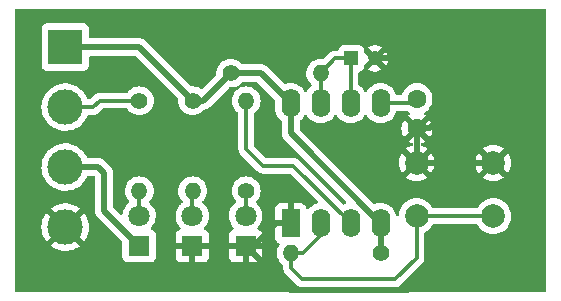
<source format=gbr>
%TF.GenerationSoftware,KiCad,Pcbnew,(6.0.7)*%
%TF.CreationDate,2022-12-22T14:47:10-06:00*%
%TF.ProjectId,Proyecto_1,50726f79-6563-4746-9f5f-312e6b696361,rev?*%
%TF.SameCoordinates,Original*%
%TF.FileFunction,Copper,L1,Top*%
%TF.FilePolarity,Positive*%
%FSLAX46Y46*%
G04 Gerber Fmt 4.6, Leading zero omitted, Abs format (unit mm)*
G04 Created by KiCad (PCBNEW (6.0.7)) date 2022-12-22 14:47:10*
%MOMM*%
%LPD*%
G01*
G04 APERTURE LIST*
%TA.AperFunction,ComponentPad*%
%ADD10C,2.000000*%
%TD*%
%TA.AperFunction,ComponentPad*%
%ADD11C,1.600000*%
%TD*%
%TA.AperFunction,ComponentPad*%
%ADD12C,1.400000*%
%TD*%
%TA.AperFunction,ComponentPad*%
%ADD13O,1.400000X1.400000*%
%TD*%
%TA.AperFunction,ComponentPad*%
%ADD14R,1.800000X1.800000*%
%TD*%
%TA.AperFunction,ComponentPad*%
%ADD15C,1.800000*%
%TD*%
%TA.AperFunction,ComponentPad*%
%ADD16R,3.000000X3.000000*%
%TD*%
%TA.AperFunction,ComponentPad*%
%ADD17C,3.000000*%
%TD*%
%TA.AperFunction,ComponentPad*%
%ADD18R,1.600000X2.400000*%
%TD*%
%TA.AperFunction,ComponentPad*%
%ADD19O,1.600000X2.400000*%
%TD*%
%TA.AperFunction,ComponentPad*%
%ADD20R,1.200000X1.200000*%
%TD*%
%TA.AperFunction,ComponentPad*%
%ADD21C,1.200000*%
%TD*%
%TA.AperFunction,Conductor*%
%ADD22C,0.300000*%
%TD*%
%TA.AperFunction,Conductor*%
%ADD23C,0.500000*%
%TD*%
G04 APERTURE END LIST*
D10*
%TO.P,SW1,1,1*%
%TO.N,GND*%
X158990000Y-100560000D03*
X152490000Y-100560000D03*
%TO.P,SW1,2,2*%
%TO.N,Net-(R2-Pad2)*%
X152490000Y-105060000D03*
X158990000Y-105060000D03*
%TD*%
D11*
%TO.P,C1,1*%
%TO.N,Net-(U1-Pad5)*%
X152530000Y-95120000D03*
%TO.P,C1,2*%
%TO.N,GND*%
X152530000Y-97620000D03*
%TD*%
D12*
%TO.P,R1,1*%
%TO.N,+3.3V*%
X129030000Y-95290000D03*
D13*
%TO.P,R1,2*%
%TO.N,Net-(D1-Pad2)*%
X129030000Y-102910000D03*
%TD*%
D12*
%TO.P,R4,1*%
%TO.N,Net-(D2-Pad2)*%
X138070000Y-102910000D03*
D13*
%TO.P,R4,2*%
%TO.N,/OUT*%
X138070000Y-95290000D03*
%TD*%
D14*
%TO.P,D3,1,K*%
%TO.N,GND*%
X133510000Y-107575000D03*
D15*
%TO.P,D3,2,A*%
%TO.N,Net-(D3-Pad2)*%
X133510000Y-105035000D03*
%TD*%
D16*
%TO.P,J1,1,Pin_1*%
%TO.N,+5V*%
X122750000Y-90750000D03*
D17*
%TO.P,J1,2,Pin_2*%
%TO.N,+3.3V*%
X122750000Y-95830000D03*
%TO.P,J1,3,Pin_3*%
%TO.N,GNDA*%
X122750000Y-100910000D03*
%TO.P,J1,4,Pin_4*%
%TO.N,GND*%
X122750000Y-105990000D03*
%TD*%
D18*
%TO.P,U1,1,GND*%
%TO.N,GND*%
X141840000Y-105660000D03*
D19*
%TO.P,U1,2,TR*%
%TO.N,Net-(R2-Pad2)*%
X144380000Y-105660000D03*
%TO.P,U1,3,Q*%
%TO.N,/OUT*%
X146920000Y-105660000D03*
%TO.P,U1,4,R*%
%TO.N,+5V*%
X149460000Y-105660000D03*
%TO.P,U1,5,CV*%
%TO.N,Net-(U1-Pad5)*%
X149460000Y-95500000D03*
%TO.P,U1,6,THR*%
%TO.N,Net-(C2-Pad1)*%
X146920000Y-95500000D03*
%TO.P,U1,7,DIS*%
X144380000Y-95500000D03*
%TO.P,U1,8,VCC*%
%TO.N,+5V*%
X141840000Y-95500000D03*
%TD*%
D12*
%TO.P,R3,1*%
%TO.N,+5V*%
X136750000Y-92955000D03*
D13*
%TO.P,R3,2*%
%TO.N,Net-(C2-Pad1)*%
X144370000Y-92955000D03*
%TD*%
D14*
%TO.P,D1,1,K*%
%TO.N,GNDA*%
X129000000Y-107575000D03*
D15*
%TO.P,D1,2,A*%
%TO.N,Net-(D1-Pad2)*%
X129000000Y-105035000D03*
%TD*%
D20*
%TO.P,C2,1*%
%TO.N,Net-(C2-Pad1)*%
X146957401Y-91715000D03*
D21*
%TO.P,C2,2*%
%TO.N,GND*%
X148957401Y-91715000D03*
%TD*%
D12*
%TO.P,R5,1*%
%TO.N,+5V*%
X133530000Y-95285000D03*
D13*
%TO.P,R5,2*%
%TO.N,Net-(D3-Pad2)*%
X133530000Y-102905000D03*
%TD*%
D14*
%TO.P,D2,1,K*%
%TO.N,GND*%
X138020000Y-107570000D03*
D15*
%TO.P,D2,2,A*%
%TO.N,Net-(D2-Pad2)*%
X138020000Y-105030000D03*
%TD*%
D12*
%TO.P,R2,1*%
%TO.N,+5V*%
X149480000Y-108210000D03*
D13*
%TO.P,R2,2*%
%TO.N,Net-(R2-Pad2)*%
X141860000Y-108210000D03*
%TD*%
D22*
%TO.N,Net-(U1-Pad5)*%
X152300000Y-95500000D02*
X149460000Y-95500000D01*
D23*
%TO.N,GND*%
X148957401Y-91715000D02*
X152195000Y-91715000D01*
X155670000Y-107410000D02*
X160232104Y-107410000D01*
X122750000Y-105990000D02*
X126170000Y-109410000D01*
X141750000Y-111300000D02*
X151780000Y-111300000D01*
X138015000Y-107575000D02*
X138020000Y-107570000D01*
X152490000Y-100560000D02*
X158990000Y-100560000D01*
X153630000Y-97620000D02*
X152530000Y-97620000D01*
X152490000Y-97660000D02*
X152530000Y-97620000D01*
X126170000Y-109410000D02*
X133100000Y-109410000D01*
X151780000Y-111300000D02*
X155670000Y-107410000D01*
X138020000Y-107570000D02*
X141750000Y-111300000D01*
X133510000Y-107575000D02*
X133510000Y-109000000D01*
X138690000Y-107570000D02*
X138020000Y-107570000D01*
X160232104Y-107410000D02*
X161126052Y-106516052D01*
X161126052Y-106516052D02*
X161126052Y-102696052D01*
X141840000Y-105660000D02*
X140600000Y-105660000D01*
X133510000Y-107575000D02*
X138015000Y-107575000D01*
X140600000Y-105660000D02*
X138690000Y-107570000D01*
X154730000Y-94250000D02*
X154730000Y-96520000D01*
X133510000Y-109000000D02*
X133100000Y-109410000D01*
X152490000Y-100560000D02*
X152490000Y-97660000D01*
X152195000Y-91715000D02*
X154730000Y-94250000D01*
X161126052Y-102696052D02*
X158990000Y-100560000D01*
X154730000Y-96520000D02*
X153630000Y-97620000D01*
D22*
%TO.N,Net-(C2-Pad1)*%
X144370000Y-92955000D02*
X145610000Y-91715000D01*
X146920000Y-91752401D02*
X146957401Y-91715000D01*
X145610000Y-91715000D02*
X146957401Y-91715000D01*
X144380000Y-95500000D02*
X144380000Y-92965000D01*
X144380000Y-92965000D02*
X144370000Y-92955000D01*
X146920000Y-95500000D02*
X146920000Y-91752401D01*
D23*
%TO.N,GNDA*%
X126050000Y-104625000D02*
X126050000Y-101420000D01*
X129000000Y-107575000D02*
X126050000Y-104625000D01*
X126050000Y-101420000D02*
X125540000Y-100910000D01*
X125540000Y-100910000D02*
X122750000Y-100910000D01*
D22*
%TO.N,Net-(D1-Pad2)*%
X129020000Y-102920000D02*
X129030000Y-102910000D01*
X129020000Y-105030000D02*
X129020000Y-102920000D01*
%TO.N,Net-(D2-Pad2)*%
X138020000Y-102960000D02*
X138070000Y-102910000D01*
X138020000Y-105030000D02*
X138020000Y-102960000D01*
%TO.N,Net-(D3-Pad2)*%
X133510000Y-105035000D02*
X133510000Y-102925000D01*
X133510000Y-102925000D02*
X133530000Y-102905000D01*
D23*
%TO.N,+5V*%
X136750000Y-92955000D02*
X139295000Y-92955000D01*
X141840000Y-98058680D02*
X141840000Y-95500000D01*
X134420000Y-95285000D02*
X136750000Y-92955000D01*
X133530000Y-95285000D02*
X134420000Y-95285000D01*
X139295000Y-92955000D02*
X141840000Y-95500000D01*
X128995000Y-90750000D02*
X122750000Y-90750000D01*
X149441320Y-105660000D02*
X141840000Y-98058680D01*
X149480000Y-105680000D02*
X149460000Y-105660000D01*
X149460000Y-105660000D02*
X149441320Y-105660000D01*
X133530000Y-95285000D02*
X128995000Y-90750000D01*
X149480000Y-108210000D02*
X149480000Y-105680000D01*
D22*
%TO.N,+3.3V*%
X122750000Y-95830000D02*
X125120000Y-95830000D01*
X125660000Y-95290000D02*
X129030000Y-95290000D01*
X125120000Y-95830000D02*
X125660000Y-95290000D01*
%TO.N,Net-(R2-Pad2)*%
X142830000Y-110420000D02*
X141860000Y-109450000D01*
X141860000Y-108210000D02*
X142849949Y-108210000D01*
X143360000Y-110420000D02*
X142830000Y-110420000D01*
X152490000Y-105060000D02*
X152490000Y-108620000D01*
X152490000Y-108620000D02*
X150690000Y-110420000D01*
X152490000Y-105060000D02*
X158990000Y-105060000D01*
X150690000Y-110420000D02*
X143380000Y-110420000D01*
X141860000Y-109450000D02*
X141860000Y-108210000D01*
X144380000Y-106679949D02*
X144380000Y-105660000D01*
X142849949Y-108210000D02*
X144380000Y-106679949D01*
%TO.N,/OUT*%
X139500000Y-100800000D02*
X138070000Y-99370000D01*
X146920000Y-105660000D02*
X142060000Y-100800000D01*
X138070000Y-99370000D02*
X138070000Y-95290000D01*
X142060000Y-100800000D02*
X139500000Y-100800000D01*
%TD*%
%TA.AperFunction,Conductor*%
%TO.N,GND*%
G36*
X163433621Y-87528502D02*
G01*
X163480114Y-87582158D01*
X163491500Y-87634500D01*
X163491500Y-111365500D01*
X163471498Y-111433621D01*
X163417842Y-111480114D01*
X163365500Y-111491500D01*
X118634500Y-111491500D01*
X118566379Y-111471498D01*
X118519886Y-111417842D01*
X118508500Y-111365500D01*
X118508500Y-107579654D01*
X121525618Y-107579654D01*
X121532673Y-107589627D01*
X121563679Y-107615551D01*
X121570598Y-107620579D01*
X121795272Y-107761515D01*
X121802807Y-107765556D01*
X122044520Y-107874694D01*
X122052551Y-107877680D01*
X122306832Y-107953002D01*
X122315184Y-107954869D01*
X122577340Y-107994984D01*
X122585874Y-107995700D01*
X122851045Y-107999867D01*
X122859596Y-107999418D01*
X123122883Y-107967557D01*
X123131284Y-107965955D01*
X123387824Y-107898653D01*
X123395926Y-107895926D01*
X123640949Y-107794434D01*
X123648617Y-107790628D01*
X123877598Y-107656822D01*
X123884679Y-107652009D01*
X123964655Y-107589301D01*
X123973125Y-107577442D01*
X123966608Y-107565818D01*
X122762812Y-106362022D01*
X122748868Y-106354408D01*
X122747035Y-106354539D01*
X122740420Y-106358790D01*
X121532910Y-107566300D01*
X121525618Y-107579654D01*
X118508500Y-107579654D01*
X118508500Y-105973204D01*
X120737665Y-105973204D01*
X120752932Y-106237969D01*
X120754005Y-106246470D01*
X120805065Y-106506722D01*
X120807276Y-106514974D01*
X120893184Y-106765894D01*
X120896499Y-106773779D01*
X121015664Y-107010713D01*
X121020020Y-107018079D01*
X121149347Y-107206250D01*
X121159601Y-107214594D01*
X121173342Y-107207448D01*
X122377978Y-106002812D01*
X122384356Y-105991132D01*
X123114408Y-105991132D01*
X123114539Y-105992965D01*
X123118790Y-105999580D01*
X124325730Y-107206520D01*
X124337939Y-107213187D01*
X124349439Y-107204497D01*
X124446831Y-107071913D01*
X124451418Y-107064685D01*
X124577962Y-106831621D01*
X124581530Y-106823827D01*
X124675271Y-106575750D01*
X124677748Y-106567544D01*
X124736954Y-106309038D01*
X124738294Y-106300577D01*
X124762031Y-106034616D01*
X124762277Y-106029677D01*
X124762666Y-105992485D01*
X124762523Y-105987519D01*
X124744362Y-105721123D01*
X124743201Y-105712649D01*
X124689419Y-105452944D01*
X124687120Y-105444709D01*
X124598588Y-105194705D01*
X124595191Y-105186854D01*
X124473550Y-104951178D01*
X124469122Y-104943866D01*
X124350031Y-104774417D01*
X124339509Y-104766037D01*
X124326121Y-104773089D01*
X123122022Y-105977188D01*
X123114408Y-105991132D01*
X122384356Y-105991132D01*
X122385592Y-105988868D01*
X122385461Y-105987035D01*
X122381210Y-105980420D01*
X121173814Y-104773024D01*
X121161804Y-104766466D01*
X121150064Y-104775434D01*
X121041935Y-104925911D01*
X121037418Y-104933196D01*
X120913325Y-105167567D01*
X120909839Y-105175395D01*
X120818700Y-105424446D01*
X120816311Y-105432670D01*
X120759812Y-105691795D01*
X120758563Y-105700250D01*
X120737754Y-105964653D01*
X120737665Y-105973204D01*
X118508500Y-105973204D01*
X118508500Y-104402500D01*
X121526584Y-104402500D01*
X121532980Y-104413770D01*
X122737188Y-105617978D01*
X122751132Y-105625592D01*
X122752965Y-105625461D01*
X122759580Y-105621210D01*
X123966604Y-104414186D01*
X123973795Y-104401017D01*
X123966473Y-104390780D01*
X123919233Y-104352115D01*
X123912261Y-104347160D01*
X123686122Y-104208582D01*
X123678552Y-104204624D01*
X123435704Y-104098022D01*
X123427644Y-104095120D01*
X123172592Y-104022467D01*
X123164214Y-104020685D01*
X122901656Y-103983318D01*
X122893111Y-103982691D01*
X122627908Y-103981302D01*
X122619374Y-103981839D01*
X122356433Y-104016456D01*
X122348035Y-104018149D01*
X122092238Y-104088127D01*
X122084143Y-104090946D01*
X121840199Y-104194997D01*
X121832577Y-104198881D01*
X121605013Y-104335075D01*
X121597981Y-104339962D01*
X121535053Y-104390377D01*
X121526584Y-104402500D01*
X118508500Y-104402500D01*
X118508500Y-100888918D01*
X120736917Y-100888918D01*
X120752682Y-101162320D01*
X120753507Y-101166525D01*
X120753508Y-101166533D01*
X120778698Y-101294926D01*
X120805405Y-101431053D01*
X120806792Y-101435103D01*
X120806793Y-101435108D01*
X120892723Y-101686088D01*
X120894112Y-101690144D01*
X121017160Y-101934799D01*
X121019586Y-101938328D01*
X121019589Y-101938334D01*
X121099379Y-102054428D01*
X121172274Y-102160490D01*
X121175161Y-102163663D01*
X121175162Y-102163664D01*
X121306882Y-102308423D01*
X121356582Y-102363043D01*
X121566675Y-102538707D01*
X121570316Y-102540991D01*
X121795024Y-102681951D01*
X121795028Y-102681953D01*
X121798664Y-102684234D01*
X121866544Y-102714883D01*
X122044345Y-102795164D01*
X122044349Y-102795166D01*
X122048257Y-102796930D01*
X122052377Y-102798150D01*
X122052376Y-102798150D01*
X122306723Y-102873491D01*
X122306727Y-102873492D01*
X122310836Y-102874709D01*
X122315070Y-102875357D01*
X122315075Y-102875358D01*
X122577298Y-102915483D01*
X122577300Y-102915483D01*
X122581540Y-102916132D01*
X122720912Y-102918322D01*
X122851071Y-102920367D01*
X122851077Y-102920367D01*
X122855362Y-102920434D01*
X123127235Y-102887534D01*
X123392127Y-102818041D01*
X123396087Y-102816401D01*
X123396092Y-102816399D01*
X123518632Y-102765641D01*
X123645136Y-102713241D01*
X123881582Y-102575073D01*
X124097089Y-102406094D01*
X124138809Y-102363043D01*
X124284686Y-102212509D01*
X124287669Y-102209431D01*
X124290202Y-102205983D01*
X124290206Y-102205978D01*
X124447257Y-101992178D01*
X124449795Y-101988723D01*
X124455867Y-101977540D01*
X124578420Y-101751827D01*
X124578423Y-101751820D01*
X124580468Y-101748054D01*
X124581986Y-101744037D01*
X124582895Y-101742051D01*
X124629438Y-101688439D01*
X124697460Y-101668500D01*
X125165500Y-101668500D01*
X125233621Y-101688502D01*
X125280114Y-101742158D01*
X125291500Y-101794500D01*
X125291500Y-104557930D01*
X125290067Y-104576880D01*
X125288401Y-104587833D01*
X125286801Y-104598349D01*
X125287394Y-104605641D01*
X125287394Y-104605644D01*
X125291085Y-104651018D01*
X125291500Y-104661233D01*
X125291500Y-104669293D01*
X125291925Y-104672937D01*
X125294789Y-104697507D01*
X125295222Y-104701882D01*
X125301140Y-104774637D01*
X125303396Y-104781601D01*
X125304587Y-104787560D01*
X125305971Y-104793415D01*
X125306818Y-104800681D01*
X125331735Y-104869327D01*
X125333152Y-104873455D01*
X125352506Y-104933196D01*
X125355649Y-104942899D01*
X125359445Y-104949154D01*
X125361951Y-104954628D01*
X125364670Y-104960058D01*
X125367167Y-104966937D01*
X125371180Y-104973057D01*
X125371180Y-104973058D01*
X125407186Y-105027976D01*
X125409523Y-105031680D01*
X125447405Y-105094107D01*
X125451121Y-105098315D01*
X125451122Y-105098316D01*
X125454803Y-105102484D01*
X125454776Y-105102508D01*
X125457429Y-105105500D01*
X125460132Y-105108733D01*
X125464144Y-105114852D01*
X125469456Y-105119884D01*
X125520383Y-105168128D01*
X125522825Y-105170506D01*
X127554595Y-107202276D01*
X127588621Y-107264588D01*
X127591500Y-107291371D01*
X127591500Y-108523134D01*
X127598255Y-108585316D01*
X127649385Y-108721705D01*
X127736739Y-108838261D01*
X127853295Y-108925615D01*
X127989684Y-108976745D01*
X128051866Y-108983500D01*
X129948134Y-108983500D01*
X130010316Y-108976745D01*
X130146705Y-108925615D01*
X130263261Y-108838261D01*
X130350615Y-108721705D01*
X130401745Y-108585316D01*
X130408500Y-108523134D01*
X130408500Y-108519669D01*
X132102001Y-108519669D01*
X132102371Y-108526490D01*
X132107895Y-108577352D01*
X132111521Y-108592604D01*
X132156676Y-108713054D01*
X132165214Y-108728649D01*
X132241715Y-108830724D01*
X132254276Y-108843285D01*
X132356351Y-108919786D01*
X132371946Y-108928324D01*
X132492394Y-108973478D01*
X132507649Y-108977105D01*
X132558514Y-108982631D01*
X132565328Y-108983000D01*
X133237885Y-108983000D01*
X133253124Y-108978525D01*
X133254329Y-108977135D01*
X133256000Y-108969452D01*
X133256000Y-108964884D01*
X133764000Y-108964884D01*
X133768475Y-108980123D01*
X133769865Y-108981328D01*
X133777548Y-108982999D01*
X134454669Y-108982999D01*
X134461490Y-108982629D01*
X134512352Y-108977105D01*
X134527604Y-108973479D01*
X134648054Y-108928324D01*
X134663649Y-108919786D01*
X134765724Y-108843285D01*
X134778285Y-108830724D01*
X134854786Y-108728649D01*
X134863324Y-108713054D01*
X134908478Y-108592606D01*
X134912105Y-108577351D01*
X134917631Y-108526486D01*
X134918000Y-108519672D01*
X134918000Y-108514669D01*
X136612001Y-108514669D01*
X136612371Y-108521490D01*
X136617895Y-108572352D01*
X136621521Y-108587604D01*
X136666676Y-108708054D01*
X136675214Y-108723649D01*
X136751715Y-108825724D01*
X136764276Y-108838285D01*
X136866351Y-108914786D01*
X136881946Y-108923324D01*
X137002394Y-108968478D01*
X137017649Y-108972105D01*
X137068514Y-108977631D01*
X137075328Y-108978000D01*
X137747885Y-108978000D01*
X137763124Y-108973525D01*
X137764329Y-108972135D01*
X137766000Y-108964452D01*
X137766000Y-108959884D01*
X138274000Y-108959884D01*
X138278475Y-108975123D01*
X138279865Y-108976328D01*
X138287548Y-108977999D01*
X138964669Y-108977999D01*
X138971490Y-108977629D01*
X139022352Y-108972105D01*
X139037604Y-108968479D01*
X139158054Y-108923324D01*
X139173649Y-108914786D01*
X139275724Y-108838285D01*
X139288285Y-108825724D01*
X139364786Y-108723649D01*
X139373324Y-108708054D01*
X139418478Y-108587606D01*
X139422105Y-108572351D01*
X139427631Y-108521486D01*
X139428000Y-108514672D01*
X139428000Y-107842115D01*
X139423525Y-107826876D01*
X139422135Y-107825671D01*
X139414452Y-107824000D01*
X138292115Y-107824000D01*
X138276876Y-107828475D01*
X138275671Y-107829865D01*
X138274000Y-107837548D01*
X138274000Y-108959884D01*
X137766000Y-108959884D01*
X137766000Y-107842115D01*
X137761525Y-107826876D01*
X137760135Y-107825671D01*
X137752452Y-107824000D01*
X136630116Y-107824000D01*
X136614877Y-107828475D01*
X136613672Y-107829865D01*
X136612001Y-107837548D01*
X136612001Y-108514669D01*
X134918000Y-108514669D01*
X134918000Y-107847115D01*
X134913525Y-107831876D01*
X134912135Y-107830671D01*
X134904452Y-107829000D01*
X133782115Y-107829000D01*
X133766876Y-107833475D01*
X133765671Y-107834865D01*
X133764000Y-107842548D01*
X133764000Y-108964884D01*
X133256000Y-108964884D01*
X133256000Y-107847115D01*
X133251525Y-107831876D01*
X133250135Y-107830671D01*
X133242452Y-107829000D01*
X132120116Y-107829000D01*
X132104877Y-107833475D01*
X132103672Y-107834865D01*
X132102001Y-107842548D01*
X132102001Y-108519669D01*
X130408500Y-108519669D01*
X130408500Y-106626866D01*
X130401745Y-106564684D01*
X130350615Y-106428295D01*
X130263261Y-106311739D01*
X130146705Y-106224385D01*
X130138296Y-106221233D01*
X130138295Y-106221232D01*
X130079804Y-106199305D01*
X130023039Y-106156664D01*
X129998339Y-106090103D01*
X130013546Y-106020754D01*
X130035093Y-105992073D01*
X130072636Y-105954660D01*
X130072641Y-105954654D01*
X130076303Y-105951005D01*
X130211458Y-105762917D01*
X130217258Y-105751183D01*
X130311784Y-105559922D01*
X130311785Y-105559920D01*
X130314078Y-105555280D01*
X130381408Y-105333671D01*
X130411640Y-105104041D01*
X130411844Y-105095691D01*
X130413245Y-105038365D01*
X130413245Y-105038361D01*
X130413327Y-105035000D01*
X130410488Y-105000469D01*
X132097095Y-105000469D01*
X132097392Y-105005622D01*
X132097392Y-105005625D01*
X132102970Y-105102359D01*
X132110427Y-105231697D01*
X132111564Y-105236743D01*
X132111565Y-105236749D01*
X132136588Y-105347783D01*
X132161346Y-105457642D01*
X132163288Y-105462424D01*
X132163289Y-105462428D01*
X132227764Y-105621210D01*
X132248484Y-105672237D01*
X132369501Y-105869719D01*
X132372882Y-105873622D01*
X132481653Y-105999191D01*
X132511135Y-106063776D01*
X132501020Y-106134049D01*
X132454519Y-106187697D01*
X132430646Y-106199670D01*
X132371944Y-106221677D01*
X132356351Y-106230214D01*
X132254276Y-106306715D01*
X132241715Y-106319276D01*
X132165214Y-106421351D01*
X132156676Y-106436946D01*
X132111522Y-106557394D01*
X132107895Y-106572649D01*
X132102369Y-106623514D01*
X132102000Y-106630328D01*
X132102000Y-107302885D01*
X132106475Y-107318124D01*
X132107865Y-107319329D01*
X132115548Y-107321000D01*
X134899884Y-107321000D01*
X134915123Y-107316525D01*
X134916328Y-107315135D01*
X134917999Y-107307452D01*
X134917999Y-106630331D01*
X134917629Y-106623510D01*
X134912105Y-106572648D01*
X134908479Y-106557396D01*
X134863324Y-106436946D01*
X134854786Y-106421351D01*
X134778285Y-106319276D01*
X134765724Y-106306715D01*
X134663649Y-106230214D01*
X134648052Y-106221675D01*
X134589415Y-106199693D01*
X134532650Y-106157052D01*
X134507950Y-106090490D01*
X134523157Y-106021141D01*
X134544703Y-105992461D01*
X134582641Y-105954654D01*
X134586303Y-105951005D01*
X134721458Y-105762917D01*
X134727258Y-105751183D01*
X134821784Y-105559922D01*
X134821785Y-105559920D01*
X134824078Y-105555280D01*
X134891408Y-105333671D01*
X134921640Y-105104041D01*
X134921844Y-105095691D01*
X134923245Y-105038365D01*
X134923245Y-105038361D01*
X134923327Y-105035000D01*
X134920077Y-104995469D01*
X136607095Y-104995469D01*
X136607392Y-105000622D01*
X136607392Y-105000625D01*
X136613546Y-105107359D01*
X136620427Y-105226697D01*
X136621564Y-105231743D01*
X136621565Y-105231749D01*
X136644535Y-105333671D01*
X136671346Y-105452642D01*
X136673288Y-105457424D01*
X136673289Y-105457428D01*
X136756540Y-105662450D01*
X136758484Y-105667237D01*
X136879501Y-105864719D01*
X136882882Y-105868622D01*
X136991653Y-105994191D01*
X137021135Y-106058776D01*
X137011020Y-106129049D01*
X136964519Y-106182697D01*
X136940646Y-106194670D01*
X136881944Y-106216677D01*
X136866351Y-106225214D01*
X136764276Y-106301715D01*
X136751715Y-106314276D01*
X136675214Y-106416351D01*
X136666676Y-106431946D01*
X136621522Y-106552394D01*
X136617895Y-106567649D01*
X136612369Y-106618514D01*
X136612000Y-106625328D01*
X136612000Y-107297885D01*
X136616475Y-107313124D01*
X136617865Y-107314329D01*
X136625548Y-107316000D01*
X139409884Y-107316000D01*
X139425123Y-107311525D01*
X139426328Y-107310135D01*
X139427999Y-107302452D01*
X139427999Y-106625331D01*
X139427629Y-106618510D01*
X139422105Y-106567648D01*
X139418479Y-106552396D01*
X139373324Y-106431946D01*
X139364786Y-106416351D01*
X139288285Y-106314276D01*
X139275724Y-106301715D01*
X139173649Y-106225214D01*
X139158052Y-106216675D01*
X139099415Y-106194693D01*
X139042650Y-106152052D01*
X139017950Y-106085490D01*
X139033157Y-106016141D01*
X139054703Y-105987461D01*
X139089108Y-105953175D01*
X139096303Y-105946005D01*
X139231458Y-105757917D01*
X139239133Y-105742389D01*
X139331784Y-105554922D01*
X139331785Y-105554920D01*
X139334078Y-105550280D01*
X139383417Y-105387885D01*
X140532000Y-105387885D01*
X140536475Y-105403124D01*
X140537865Y-105404329D01*
X140545548Y-105406000D01*
X141567885Y-105406000D01*
X141583124Y-105401525D01*
X141584329Y-105400135D01*
X141586000Y-105392452D01*
X141586000Y-103970116D01*
X141581525Y-103954877D01*
X141580135Y-103953672D01*
X141572452Y-103952001D01*
X140995331Y-103952001D01*
X140988510Y-103952371D01*
X140937648Y-103957895D01*
X140922396Y-103961521D01*
X140801946Y-104006676D01*
X140786351Y-104015214D01*
X140684276Y-104091715D01*
X140671715Y-104104276D01*
X140595214Y-104206351D01*
X140586676Y-104221946D01*
X140541522Y-104342394D01*
X140537895Y-104357649D01*
X140532369Y-104408514D01*
X140532000Y-104415328D01*
X140532000Y-105387885D01*
X139383417Y-105387885D01*
X139401408Y-105328671D01*
X139431640Y-105099041D01*
X139431878Y-105089310D01*
X139433245Y-105033365D01*
X139433245Y-105033361D01*
X139433327Y-105030000D01*
X139426847Y-104951178D01*
X139414773Y-104804318D01*
X139414772Y-104804312D01*
X139414349Y-104799167D01*
X139380807Y-104665630D01*
X139359184Y-104579544D01*
X139359183Y-104579540D01*
X139357925Y-104574533D01*
X139350706Y-104557930D01*
X139267630Y-104366868D01*
X139267628Y-104366865D01*
X139265570Y-104362131D01*
X139139764Y-104167665D01*
X138983887Y-103996358D01*
X138979836Y-103993159D01*
X138979832Y-103993155D01*
X138932378Y-103955679D01*
X138891315Y-103897762D01*
X138888083Y-103826839D01*
X138921375Y-103767702D01*
X138999301Y-103689776D01*
X139120589Y-103516558D01*
X139125244Y-103506577D01*
X139207633Y-103329892D01*
X139207634Y-103329891D01*
X139209956Y-103324910D01*
X139264686Y-103120655D01*
X139283116Y-102910000D01*
X139264686Y-102699345D01*
X139231967Y-102577237D01*
X139211379Y-102500400D01*
X139211378Y-102500398D01*
X139209956Y-102495090D01*
X139207633Y-102490108D01*
X139122912Y-102308423D01*
X139122910Y-102308420D01*
X139120589Y-102303442D01*
X138999301Y-102130224D01*
X138849776Y-101980699D01*
X138676558Y-101859411D01*
X138671580Y-101857090D01*
X138671577Y-101857088D01*
X138489892Y-101772367D01*
X138489891Y-101772366D01*
X138484910Y-101770044D01*
X138479602Y-101768622D01*
X138479600Y-101768621D01*
X138285970Y-101716738D01*
X138285968Y-101716738D01*
X138280655Y-101715314D01*
X138070000Y-101696884D01*
X137859345Y-101715314D01*
X137854032Y-101716738D01*
X137854030Y-101716738D01*
X137660400Y-101768621D01*
X137660398Y-101768622D01*
X137655090Y-101770044D01*
X137650109Y-101772366D01*
X137650108Y-101772367D01*
X137468423Y-101857088D01*
X137468420Y-101857090D01*
X137463442Y-101859411D01*
X137290224Y-101980699D01*
X137140699Y-102130224D01*
X137019411Y-102303442D01*
X137017090Y-102308420D01*
X137017088Y-102308423D01*
X136932367Y-102490108D01*
X136930044Y-102495090D01*
X136928622Y-102500398D01*
X136928621Y-102500400D01*
X136908033Y-102577237D01*
X136875314Y-102699345D01*
X136856884Y-102910000D01*
X136875314Y-103120655D01*
X136930044Y-103324910D01*
X136932366Y-103329891D01*
X136932367Y-103329892D01*
X137014757Y-103506577D01*
X137019411Y-103516558D01*
X137140699Y-103689776D01*
X137174539Y-103723616D01*
X137208565Y-103785928D01*
X137203500Y-103856743D01*
X137161098Y-103913470D01*
X137081655Y-103973117D01*
X136921639Y-104140564D01*
X136918725Y-104144836D01*
X136918724Y-104144837D01*
X136903725Y-104166825D01*
X136791119Y-104331899D01*
X136693602Y-104541981D01*
X136631707Y-104765169D01*
X136607095Y-104995469D01*
X134920077Y-104995469D01*
X134915755Y-104942899D01*
X134904773Y-104809318D01*
X134904772Y-104809312D01*
X134904349Y-104804167D01*
X134852750Y-104598743D01*
X134849184Y-104584544D01*
X134849183Y-104584540D01*
X134847925Y-104579533D01*
X134838532Y-104557930D01*
X134757630Y-104371868D01*
X134757628Y-104371865D01*
X134755570Y-104367131D01*
X134629764Y-104172665D01*
X134625215Y-104167665D01*
X134556105Y-104091715D01*
X134473887Y-104001358D01*
X134400028Y-103943028D01*
X134358966Y-103885110D01*
X134355734Y-103814187D01*
X134389026Y-103755051D01*
X134459301Y-103684776D01*
X134580589Y-103511558D01*
X134667625Y-103324910D01*
X134667633Y-103324892D01*
X134667634Y-103324891D01*
X134669956Y-103319910D01*
X134724686Y-103115655D01*
X134743116Y-102905000D01*
X134724686Y-102694345D01*
X134692727Y-102575073D01*
X134671379Y-102495400D01*
X134671378Y-102495398D01*
X134669956Y-102490090D01*
X134609232Y-102359867D01*
X134582912Y-102303423D01*
X134582910Y-102303420D01*
X134580589Y-102298442D01*
X134459301Y-102125224D01*
X134309776Y-101975699D01*
X134136558Y-101854411D01*
X134131580Y-101852090D01*
X134131577Y-101852088D01*
X133949892Y-101767367D01*
X133949891Y-101767366D01*
X133944910Y-101765044D01*
X133939602Y-101763622D01*
X133939600Y-101763621D01*
X133745970Y-101711738D01*
X133745968Y-101711738D01*
X133740655Y-101710314D01*
X133530000Y-101691884D01*
X133319345Y-101710314D01*
X133314032Y-101711738D01*
X133314030Y-101711738D01*
X133120400Y-101763621D01*
X133120398Y-101763622D01*
X133115090Y-101765044D01*
X133110109Y-101767366D01*
X133110108Y-101767367D01*
X132928423Y-101852088D01*
X132928420Y-101852090D01*
X132923442Y-101854411D01*
X132750224Y-101975699D01*
X132600699Y-102125224D01*
X132479411Y-102298442D01*
X132477090Y-102303420D01*
X132477088Y-102303423D01*
X132450768Y-102359867D01*
X132390044Y-102490090D01*
X132388622Y-102495398D01*
X132388621Y-102495400D01*
X132367273Y-102575073D01*
X132335314Y-102694345D01*
X132316884Y-102905000D01*
X132335314Y-103115655D01*
X132390044Y-103319910D01*
X132392366Y-103324891D01*
X132392367Y-103324892D01*
X132392376Y-103324910D01*
X132479411Y-103511558D01*
X132600699Y-103684776D01*
X132653115Y-103737192D01*
X132687141Y-103799504D01*
X132682076Y-103870319D01*
X132639674Y-103927047D01*
X132571655Y-103978117D01*
X132550570Y-104000181D01*
X132430685Y-104125634D01*
X132411639Y-104145564D01*
X132408725Y-104149836D01*
X132408724Y-104149837D01*
X132371351Y-104204624D01*
X132281119Y-104336899D01*
X132183602Y-104546981D01*
X132121707Y-104770169D01*
X132097095Y-105000469D01*
X130410488Y-105000469D01*
X130405755Y-104942899D01*
X130394773Y-104809318D01*
X130394772Y-104809312D01*
X130394349Y-104804167D01*
X130342750Y-104598743D01*
X130339184Y-104584544D01*
X130339183Y-104584540D01*
X130337925Y-104579533D01*
X130328532Y-104557930D01*
X130247630Y-104371868D01*
X130247628Y-104371865D01*
X130245570Y-104367131D01*
X130119764Y-104172665D01*
X130115215Y-104167665D01*
X130046105Y-104091715D01*
X129963887Y-104001358D01*
X129898409Y-103949647D01*
X129857347Y-103891729D01*
X129854115Y-103820806D01*
X129887407Y-103761670D01*
X129959301Y-103689776D01*
X130080589Y-103516558D01*
X130085244Y-103506577D01*
X130167633Y-103329892D01*
X130167634Y-103329891D01*
X130169956Y-103324910D01*
X130224686Y-103120655D01*
X130243116Y-102910000D01*
X130224686Y-102699345D01*
X130191967Y-102577237D01*
X130171379Y-102500400D01*
X130171378Y-102500398D01*
X130169956Y-102495090D01*
X130167633Y-102490108D01*
X130082912Y-102308423D01*
X130082910Y-102308420D01*
X130080589Y-102303442D01*
X129959301Y-102130224D01*
X129809776Y-101980699D01*
X129636558Y-101859411D01*
X129631580Y-101857090D01*
X129631577Y-101857088D01*
X129449892Y-101772367D01*
X129449891Y-101772366D01*
X129444910Y-101770044D01*
X129439602Y-101768622D01*
X129439600Y-101768621D01*
X129245970Y-101716738D01*
X129245968Y-101716738D01*
X129240655Y-101715314D01*
X129030000Y-101696884D01*
X128819345Y-101715314D01*
X128814032Y-101716738D01*
X128814030Y-101716738D01*
X128620400Y-101768621D01*
X128620398Y-101768622D01*
X128615090Y-101770044D01*
X128610109Y-101772366D01*
X128610108Y-101772367D01*
X128428423Y-101857088D01*
X128428420Y-101857090D01*
X128423442Y-101859411D01*
X128250224Y-101980699D01*
X128100699Y-102130224D01*
X127979411Y-102303442D01*
X127977090Y-102308420D01*
X127977088Y-102308423D01*
X127892367Y-102490108D01*
X127890044Y-102495090D01*
X127888622Y-102500398D01*
X127888621Y-102500400D01*
X127868033Y-102577237D01*
X127835314Y-102699345D01*
X127816884Y-102910000D01*
X127835314Y-103120655D01*
X127890044Y-103324910D01*
X127892366Y-103329891D01*
X127892367Y-103329892D01*
X127974757Y-103506577D01*
X127979411Y-103516558D01*
X128100699Y-103689776D01*
X128145971Y-103735048D01*
X128179997Y-103797360D01*
X128174932Y-103868175D01*
X128132529Y-103924903D01*
X128070038Y-103971823D01*
X128061655Y-103978117D01*
X128040570Y-104000181D01*
X127920685Y-104125634D01*
X127901639Y-104145564D01*
X127898725Y-104149836D01*
X127898724Y-104149837D01*
X127861351Y-104204624D01*
X127771119Y-104336899D01*
X127673602Y-104546981D01*
X127611707Y-104770169D01*
X127611159Y-104775297D01*
X127611158Y-104775302D01*
X127608698Y-104798329D01*
X127606545Y-104818476D01*
X127606516Y-104818746D01*
X127579389Y-104884356D01*
X127521097Y-104924884D01*
X127450147Y-104927464D01*
X127392134Y-104894453D01*
X126845405Y-104347724D01*
X126811379Y-104285412D01*
X126808500Y-104258629D01*
X126808500Y-101487070D01*
X126809933Y-101468120D01*
X126812099Y-101453885D01*
X126812099Y-101453881D01*
X126813199Y-101446651D01*
X126811931Y-101431053D01*
X126808915Y-101393982D01*
X126808500Y-101383767D01*
X126808500Y-101375707D01*
X126807421Y-101366447D01*
X126805211Y-101347497D01*
X126804778Y-101343121D01*
X126803836Y-101331544D01*
X126798860Y-101270364D01*
X126796605Y-101263403D01*
X126795418Y-101257463D01*
X126794029Y-101251588D01*
X126793182Y-101244319D01*
X126768264Y-101175670D01*
X126766847Y-101171542D01*
X126746607Y-101109064D01*
X126746606Y-101109062D01*
X126744351Y-101102101D01*
X126740555Y-101095846D01*
X126738049Y-101090372D01*
X126735330Y-101084942D01*
X126732833Y-101078063D01*
X126728820Y-101071942D01*
X126692814Y-101017024D01*
X126690467Y-101013305D01*
X126652595Y-100950893D01*
X126645197Y-100942516D01*
X126645224Y-100942492D01*
X126642571Y-100939500D01*
X126639868Y-100936267D01*
X126635856Y-100930148D01*
X126579617Y-100876872D01*
X126577175Y-100874494D01*
X126123770Y-100421089D01*
X126111384Y-100406677D01*
X126102851Y-100395082D01*
X126102846Y-100395077D01*
X126098508Y-100389182D01*
X126092930Y-100384443D01*
X126092927Y-100384440D01*
X126058232Y-100354965D01*
X126050716Y-100348035D01*
X126045021Y-100342340D01*
X126027276Y-100328301D01*
X126022749Y-100324719D01*
X126019345Y-100321928D01*
X125969297Y-100279409D01*
X125969295Y-100279408D01*
X125963715Y-100274667D01*
X125957199Y-100271339D01*
X125952150Y-100267972D01*
X125947021Y-100264805D01*
X125941284Y-100260266D01*
X125875125Y-100229345D01*
X125871225Y-100227439D01*
X125867522Y-100225548D01*
X125806192Y-100194231D01*
X125799084Y-100192492D01*
X125793441Y-100190393D01*
X125787678Y-100188476D01*
X125781050Y-100185378D01*
X125769022Y-100182876D01*
X125709588Y-100170514D01*
X125705299Y-100169543D01*
X125634390Y-100152192D01*
X125628788Y-100151844D01*
X125628785Y-100151844D01*
X125623236Y-100151500D01*
X125623238Y-100151464D01*
X125619245Y-100151225D01*
X125615053Y-100150851D01*
X125607885Y-100149360D01*
X125541675Y-100151151D01*
X125530479Y-100151454D01*
X125527072Y-100151500D01*
X124695557Y-100151500D01*
X124627436Y-100131498D01*
X124583591Y-100083290D01*
X124473978Y-99870919D01*
X124473978Y-99870918D01*
X124472013Y-99867112D01*
X124462040Y-99852921D01*
X124349008Y-99692093D01*
X124314545Y-99643057D01*
X124244466Y-99567643D01*
X124131046Y-99445588D01*
X124131043Y-99445585D01*
X124128125Y-99442445D01*
X124124810Y-99439731D01*
X124124806Y-99439728D01*
X123919523Y-99271706D01*
X123916205Y-99268990D01*
X123682704Y-99125901D01*
X123678768Y-99124173D01*
X123435873Y-99017549D01*
X123435869Y-99017548D01*
X123431945Y-99015825D01*
X123168566Y-98940800D01*
X123164324Y-98940196D01*
X123164318Y-98940195D01*
X122963834Y-98911662D01*
X122897443Y-98902213D01*
X122753589Y-98901460D01*
X122627877Y-98900802D01*
X122627871Y-98900802D01*
X122623591Y-98900780D01*
X122619347Y-98901339D01*
X122619343Y-98901339D01*
X122500302Y-98917011D01*
X122352078Y-98936525D01*
X122347938Y-98937658D01*
X122347936Y-98937658D01*
X122275008Y-98957609D01*
X122087928Y-99008788D01*
X122083980Y-99010472D01*
X121839982Y-99114546D01*
X121839978Y-99114548D01*
X121836030Y-99116232D01*
X121717414Y-99187222D01*
X121604725Y-99254664D01*
X121604721Y-99254667D01*
X121601043Y-99256868D01*
X121387318Y-99428094D01*
X121370717Y-99445588D01*
X121245043Y-99578021D01*
X121198808Y-99626742D01*
X121039002Y-99849136D01*
X120910857Y-100091161D01*
X120909385Y-100095184D01*
X120909383Y-100095188D01*
X120818214Y-100344317D01*
X120816743Y-100348337D01*
X120758404Y-100615907D01*
X120758068Y-100620177D01*
X120744569Y-100791699D01*
X120736917Y-100888918D01*
X118508500Y-100888918D01*
X118508500Y-95808918D01*
X120736917Y-95808918D01*
X120752682Y-96082320D01*
X120753507Y-96086525D01*
X120753508Y-96086533D01*
X120767628Y-96158500D01*
X120805405Y-96351053D01*
X120806792Y-96355103D01*
X120806793Y-96355108D01*
X120892723Y-96606088D01*
X120894112Y-96610144D01*
X121017160Y-96854799D01*
X121019586Y-96858328D01*
X121019589Y-96858334D01*
X121093776Y-96966276D01*
X121172274Y-97080490D01*
X121175161Y-97083663D01*
X121175162Y-97083664D01*
X121292865Y-97213019D01*
X121356582Y-97283043D01*
X121566675Y-97458707D01*
X121570316Y-97460991D01*
X121795024Y-97601951D01*
X121795028Y-97601953D01*
X121798664Y-97604234D01*
X121866544Y-97634883D01*
X122044345Y-97715164D01*
X122044349Y-97715166D01*
X122048257Y-97716930D01*
X122052377Y-97718150D01*
X122052376Y-97718150D01*
X122306723Y-97793491D01*
X122306727Y-97793492D01*
X122310836Y-97794709D01*
X122315070Y-97795357D01*
X122315075Y-97795358D01*
X122577298Y-97835483D01*
X122577300Y-97835483D01*
X122581540Y-97836132D01*
X122720912Y-97838322D01*
X122851071Y-97840367D01*
X122851077Y-97840367D01*
X122855362Y-97840434D01*
X123127235Y-97807534D01*
X123392127Y-97738041D01*
X123396087Y-97736401D01*
X123396092Y-97736399D01*
X123518631Y-97685641D01*
X123645136Y-97633241D01*
X123881582Y-97495073D01*
X124097089Y-97326094D01*
X124138809Y-97283043D01*
X124284686Y-97132509D01*
X124287669Y-97129431D01*
X124290202Y-97125983D01*
X124290206Y-97125978D01*
X124447257Y-96912178D01*
X124449795Y-96908723D01*
X124453282Y-96902301D01*
X124578418Y-96671830D01*
X124578419Y-96671828D01*
X124580468Y-96668054D01*
X124617534Y-96569962D01*
X124660324Y-96513309D01*
X124726950Y-96488784D01*
X124735400Y-96488500D01*
X125037944Y-96488500D01*
X125049800Y-96489059D01*
X125049803Y-96489059D01*
X125057537Y-96490788D01*
X125128369Y-96488562D01*
X125132327Y-96488500D01*
X125161432Y-96488500D01*
X125165832Y-96487944D01*
X125177664Y-96487012D01*
X125223831Y-96485562D01*
X125244421Y-96479580D01*
X125263782Y-96475570D01*
X125270770Y-96474688D01*
X125277204Y-96473875D01*
X125277205Y-96473875D01*
X125285064Y-96472882D01*
X125292429Y-96469966D01*
X125292433Y-96469965D01*
X125328021Y-96455874D01*
X125339231Y-96452035D01*
X125383600Y-96439145D01*
X125402065Y-96428225D01*
X125419805Y-96419534D01*
X125439756Y-96411635D01*
X125477129Y-96384482D01*
X125487048Y-96377967D01*
X125519977Y-96358493D01*
X125519981Y-96358490D01*
X125526807Y-96354453D01*
X125541971Y-96339289D01*
X125557005Y-96326448D01*
X125567944Y-96318500D01*
X125574357Y-96313841D01*
X125603803Y-96278246D01*
X125611792Y-96269468D01*
X125753173Y-96128087D01*
X125895854Y-95985405D01*
X125958167Y-95951380D01*
X125984950Y-95948500D01*
X127950190Y-95948500D01*
X128018311Y-95968502D01*
X128053403Y-96002230D01*
X128100699Y-96069776D01*
X128250224Y-96219301D01*
X128423442Y-96340589D01*
X128428420Y-96342910D01*
X128428423Y-96342912D01*
X128600561Y-96423181D01*
X128615090Y-96429956D01*
X128620398Y-96431378D01*
X128620400Y-96431379D01*
X128814030Y-96483262D01*
X128814032Y-96483262D01*
X128819345Y-96484686D01*
X129030000Y-96503116D01*
X129240655Y-96484686D01*
X129245968Y-96483262D01*
X129245970Y-96483262D01*
X129439600Y-96431379D01*
X129439602Y-96431378D01*
X129444910Y-96429956D01*
X129459439Y-96423181D01*
X129631577Y-96342912D01*
X129631580Y-96342910D01*
X129636558Y-96340589D01*
X129809776Y-96219301D01*
X129959301Y-96069776D01*
X130080589Y-95896558D01*
X130085244Y-95886577D01*
X130167633Y-95709892D01*
X130167634Y-95709891D01*
X130169956Y-95704910D01*
X130224686Y-95500655D01*
X130243116Y-95290000D01*
X130224686Y-95079345D01*
X130223262Y-95074030D01*
X130171379Y-94880400D01*
X130171378Y-94880398D01*
X130169956Y-94875090D01*
X130158505Y-94850533D01*
X130082912Y-94688423D01*
X130082910Y-94688420D01*
X130080589Y-94683442D01*
X129959301Y-94510224D01*
X129809776Y-94360699D01*
X129636558Y-94239411D01*
X129631580Y-94237090D01*
X129631577Y-94237088D01*
X129449892Y-94152367D01*
X129449891Y-94152366D01*
X129444910Y-94150044D01*
X129439602Y-94148622D01*
X129439600Y-94148621D01*
X129245970Y-94096738D01*
X129245968Y-94096738D01*
X129240655Y-94095314D01*
X129030000Y-94076884D01*
X128819345Y-94095314D01*
X128814032Y-94096738D01*
X128814030Y-94096738D01*
X128620400Y-94148621D01*
X128620398Y-94148622D01*
X128615090Y-94150044D01*
X128610109Y-94152366D01*
X128610108Y-94152367D01*
X128428423Y-94237088D01*
X128428420Y-94237090D01*
X128423442Y-94239411D01*
X128250224Y-94360699D01*
X128100699Y-94510224D01*
X128063705Y-94563057D01*
X128053403Y-94577770D01*
X127997946Y-94622099D01*
X127950190Y-94631500D01*
X125742056Y-94631500D01*
X125730200Y-94630941D01*
X125730197Y-94630941D01*
X125722463Y-94629212D01*
X125667446Y-94630941D01*
X125651631Y-94631438D01*
X125647673Y-94631500D01*
X125618568Y-94631500D01*
X125614168Y-94632056D01*
X125602336Y-94632988D01*
X125556169Y-94634438D01*
X125535579Y-94640420D01*
X125516218Y-94644430D01*
X125509230Y-94645312D01*
X125502796Y-94646125D01*
X125502795Y-94646125D01*
X125494936Y-94647118D01*
X125487571Y-94650034D01*
X125487567Y-94650035D01*
X125451979Y-94664126D01*
X125440769Y-94667965D01*
X125396400Y-94680855D01*
X125377943Y-94691771D01*
X125360193Y-94700466D01*
X125340244Y-94708365D01*
X125333833Y-94713023D01*
X125333831Y-94713024D01*
X125302864Y-94735523D01*
X125292946Y-94742038D01*
X125253193Y-94765548D01*
X125238032Y-94780709D01*
X125223000Y-94793548D01*
X125205643Y-94806159D01*
X125192954Y-94821498D01*
X125176198Y-94841752D01*
X125168208Y-94850533D01*
X124884144Y-95134596D01*
X124821832Y-95168621D01*
X124795049Y-95171500D01*
X124736608Y-95171500D01*
X124668487Y-95151498D01*
X124621994Y-95097842D01*
X124617835Y-95087559D01*
X124599050Y-95034510D01*
X124599047Y-95034502D01*
X124597617Y-95030465D01*
X124517422Y-94875090D01*
X124473978Y-94790919D01*
X124473978Y-94790918D01*
X124472013Y-94787112D01*
X124462040Y-94772921D01*
X124362604Y-94631438D01*
X124314545Y-94563057D01*
X124207849Y-94448238D01*
X124131046Y-94365588D01*
X124131043Y-94365585D01*
X124128125Y-94362445D01*
X124124810Y-94359731D01*
X124124806Y-94359728D01*
X123919523Y-94191706D01*
X123916205Y-94188990D01*
X123682704Y-94045901D01*
X123672986Y-94041635D01*
X123435873Y-93937549D01*
X123435869Y-93937548D01*
X123431945Y-93935825D01*
X123168566Y-93860800D01*
X123164324Y-93860196D01*
X123164318Y-93860195D01*
X122937268Y-93827881D01*
X122897443Y-93822213D01*
X122753589Y-93821460D01*
X122627877Y-93820802D01*
X122627871Y-93820802D01*
X122623591Y-93820780D01*
X122619347Y-93821339D01*
X122619343Y-93821339D01*
X122500302Y-93837011D01*
X122352078Y-93856525D01*
X122347938Y-93857658D01*
X122347936Y-93857658D01*
X122291417Y-93873120D01*
X122087928Y-93928788D01*
X122083980Y-93930472D01*
X121839982Y-94034546D01*
X121839978Y-94034548D01*
X121836030Y-94036232D01*
X121745665Y-94090314D01*
X121604725Y-94174664D01*
X121604721Y-94174667D01*
X121601043Y-94176868D01*
X121387318Y-94348094D01*
X121370717Y-94365588D01*
X121209247Y-94535742D01*
X121198808Y-94546742D01*
X121039002Y-94769136D01*
X120910857Y-95011161D01*
X120909385Y-95015184D01*
X120909383Y-95015188D01*
X120850304Y-95176628D01*
X120816743Y-95268337D01*
X120758404Y-95535907D01*
X120736917Y-95808918D01*
X118508500Y-95808918D01*
X118508500Y-92298134D01*
X120741500Y-92298134D01*
X120748255Y-92360316D01*
X120799385Y-92496705D01*
X120886739Y-92613261D01*
X121003295Y-92700615D01*
X121139684Y-92751745D01*
X121201866Y-92758500D01*
X124298134Y-92758500D01*
X124360316Y-92751745D01*
X124496705Y-92700615D01*
X124613261Y-92613261D01*
X124700615Y-92496705D01*
X124751745Y-92360316D01*
X124758500Y-92298134D01*
X124758500Y-91634500D01*
X124778502Y-91566379D01*
X124832158Y-91519886D01*
X124884500Y-91508500D01*
X128628629Y-91508500D01*
X128696750Y-91528502D01*
X128717724Y-91545405D01*
X132286635Y-95114316D01*
X132320661Y-95176628D01*
X132323061Y-95214392D01*
X132318342Y-95268337D01*
X132316884Y-95285000D01*
X132335314Y-95495655D01*
X132336738Y-95500968D01*
X132336738Y-95500970D01*
X132347244Y-95540177D01*
X132390044Y-95699910D01*
X132392366Y-95704891D01*
X132392367Y-95704892D01*
X132475830Y-95883878D01*
X132479411Y-95891558D01*
X132600699Y-96064776D01*
X132750224Y-96214301D01*
X132923442Y-96335589D01*
X132928420Y-96337910D01*
X132928423Y-96337912D01*
X133110108Y-96422633D01*
X133115090Y-96424956D01*
X133120398Y-96426378D01*
X133120400Y-96426379D01*
X133314030Y-96478262D01*
X133314032Y-96478262D01*
X133319345Y-96479686D01*
X133530000Y-96498116D01*
X133740655Y-96479686D01*
X133745968Y-96478262D01*
X133745970Y-96478262D01*
X133939600Y-96426379D01*
X133939602Y-96426378D01*
X133944910Y-96424956D01*
X133949892Y-96422633D01*
X134131577Y-96337912D01*
X134131580Y-96337910D01*
X134136558Y-96335589D01*
X134309776Y-96214301D01*
X134450448Y-96073629D01*
X134512760Y-96039603D01*
X134529327Y-96037139D01*
X134562339Y-96034454D01*
X134562342Y-96034453D01*
X134569637Y-96033860D01*
X134576601Y-96031604D01*
X134582560Y-96030413D01*
X134588415Y-96029029D01*
X134595681Y-96028182D01*
X134664327Y-96003265D01*
X134668455Y-96001848D01*
X134730936Y-95981607D01*
X134730938Y-95981606D01*
X134737899Y-95979351D01*
X134744154Y-95975555D01*
X134749628Y-95973049D01*
X134755058Y-95970330D01*
X134761937Y-95967833D01*
X134768058Y-95963820D01*
X134822976Y-95927814D01*
X134826680Y-95925477D01*
X134889107Y-95887595D01*
X134897484Y-95880197D01*
X134897508Y-95880224D01*
X134900500Y-95877571D01*
X134903733Y-95874868D01*
X134909852Y-95870856D01*
X134963128Y-95814617D01*
X134965506Y-95812175D01*
X136579316Y-94198365D01*
X136641628Y-94164339D01*
X136679392Y-94161939D01*
X136744524Y-94167637D01*
X136744525Y-94167637D01*
X136750000Y-94168116D01*
X136960655Y-94149686D01*
X136965968Y-94148262D01*
X136965970Y-94148262D01*
X137159600Y-94096379D01*
X137159602Y-94096378D01*
X137164910Y-94094956D01*
X137174151Y-94090647D01*
X137351577Y-94007912D01*
X137351580Y-94007910D01*
X137356558Y-94005589D01*
X137529776Y-93884301D01*
X137663672Y-93750405D01*
X137725984Y-93716379D01*
X137752767Y-93713500D01*
X138928629Y-93713500D01*
X138996750Y-93733502D01*
X139017724Y-93750405D01*
X140494595Y-95227276D01*
X140528621Y-95289588D01*
X140531500Y-95316371D01*
X140531500Y-95957127D01*
X140531738Y-95959844D01*
X140531738Y-95959851D01*
X140535446Y-96002230D01*
X140546457Y-96128087D01*
X140547881Y-96133400D01*
X140547881Y-96133402D01*
X140604020Y-96342912D01*
X140605716Y-96349243D01*
X140608039Y-96354224D01*
X140608039Y-96354225D01*
X140700151Y-96551762D01*
X140700154Y-96551767D01*
X140702477Y-96556749D01*
X140833802Y-96744300D01*
X140995700Y-96906198D01*
X141027771Y-96928655D01*
X141072099Y-96984110D01*
X141081500Y-97031867D01*
X141081500Y-97991610D01*
X141080067Y-98010560D01*
X141076801Y-98032029D01*
X141077394Y-98039321D01*
X141077394Y-98039324D01*
X141081085Y-98084698D01*
X141081500Y-98094913D01*
X141081500Y-98102973D01*
X141081925Y-98106617D01*
X141084789Y-98131187D01*
X141085222Y-98135562D01*
X141091140Y-98208317D01*
X141093396Y-98215281D01*
X141094587Y-98221240D01*
X141095971Y-98227095D01*
X141096818Y-98234361D01*
X141121735Y-98303007D01*
X141123152Y-98307135D01*
X141131971Y-98334356D01*
X141145649Y-98376579D01*
X141149445Y-98382834D01*
X141151951Y-98388308D01*
X141154670Y-98393738D01*
X141157167Y-98400617D01*
X141161180Y-98406737D01*
X141161180Y-98406738D01*
X141197186Y-98461656D01*
X141199523Y-98465360D01*
X141237405Y-98527787D01*
X141241121Y-98531995D01*
X141241122Y-98531996D01*
X141244803Y-98536164D01*
X141244776Y-98536188D01*
X141247429Y-98539180D01*
X141250132Y-98542413D01*
X141254144Y-98548532D01*
X141259456Y-98553564D01*
X141310383Y-98601808D01*
X141312825Y-98604186D01*
X146524537Y-103815898D01*
X146558563Y-103878210D01*
X146553498Y-103949025D01*
X146510951Y-104005861D01*
X146478538Y-104023394D01*
X146476070Y-104024292D01*
X146470757Y-104025716D01*
X146465766Y-104028043D01*
X146465767Y-104028043D01*
X146377640Y-104069136D01*
X146307449Y-104079797D01*
X146242636Y-104050817D01*
X146235296Y-104044036D01*
X142583655Y-100392395D01*
X142575665Y-100383615D01*
X142575663Y-100383613D01*
X142571416Y-100376920D01*
X142544513Y-100351656D01*
X142519743Y-100328396D01*
X142516901Y-100325641D01*
X142496333Y-100305073D01*
X142492826Y-100302353D01*
X142483804Y-100294647D01*
X142455913Y-100268456D01*
X142450133Y-100263028D01*
X142443181Y-100259206D01*
X142431342Y-100252697D01*
X142414818Y-100241843D01*
X142404132Y-100233555D01*
X142397868Y-100228696D01*
X142390596Y-100225549D01*
X142390594Y-100225548D01*
X142355465Y-100210346D01*
X142344805Y-100205124D01*
X142311284Y-100186695D01*
X142311282Y-100186694D01*
X142304337Y-100182876D01*
X142283559Y-100177541D01*
X142264869Y-100171142D01*
X142245176Y-100162620D01*
X142199552Y-100155394D01*
X142187929Y-100152987D01*
X142159928Y-100145798D01*
X142143188Y-100141500D01*
X142121741Y-100141500D01*
X142102031Y-100139949D01*
X142088677Y-100137834D01*
X142080848Y-100136594D01*
X142034859Y-100140941D01*
X142023004Y-100141500D01*
X139824949Y-100141500D01*
X139756828Y-100121498D01*
X139735858Y-100104599D01*
X138765403Y-99134143D01*
X138731379Y-99071833D01*
X138728500Y-99045050D01*
X138728500Y-96369810D01*
X138748502Y-96301689D01*
X138782230Y-96266597D01*
X138845264Y-96222460D01*
X138849776Y-96219301D01*
X138999301Y-96069776D01*
X139120589Y-95896558D01*
X139125244Y-95886577D01*
X139207633Y-95709892D01*
X139207634Y-95709891D01*
X139209956Y-95704910D01*
X139264686Y-95500655D01*
X139283116Y-95290000D01*
X139264686Y-95079345D01*
X139263262Y-95074030D01*
X139211379Y-94880400D01*
X139211378Y-94880398D01*
X139209956Y-94875090D01*
X139198505Y-94850533D01*
X139122912Y-94688423D01*
X139122910Y-94688420D01*
X139120589Y-94683442D01*
X138999301Y-94510224D01*
X138849776Y-94360699D01*
X138676558Y-94239411D01*
X138671580Y-94237090D01*
X138671577Y-94237088D01*
X138489892Y-94152367D01*
X138489891Y-94152366D01*
X138484910Y-94150044D01*
X138479602Y-94148622D01*
X138479600Y-94148621D01*
X138285970Y-94096738D01*
X138285968Y-94096738D01*
X138280655Y-94095314D01*
X138070000Y-94076884D01*
X137859345Y-94095314D01*
X137854032Y-94096738D01*
X137854030Y-94096738D01*
X137660400Y-94148621D01*
X137660398Y-94148622D01*
X137655090Y-94150044D01*
X137650109Y-94152366D01*
X137650108Y-94152367D01*
X137468423Y-94237088D01*
X137468420Y-94237090D01*
X137463442Y-94239411D01*
X137290224Y-94360699D01*
X137140699Y-94510224D01*
X137019411Y-94683442D01*
X137017090Y-94688420D01*
X137017088Y-94688423D01*
X136941495Y-94850533D01*
X136930044Y-94875090D01*
X136928622Y-94880398D01*
X136928621Y-94880400D01*
X136876738Y-95074030D01*
X136875314Y-95079345D01*
X136856884Y-95290000D01*
X136875314Y-95500655D01*
X136930044Y-95704910D01*
X136932366Y-95709891D01*
X136932367Y-95709892D01*
X137014757Y-95886577D01*
X137019411Y-95896558D01*
X137140699Y-96069776D01*
X137290224Y-96219301D01*
X137294736Y-96222460D01*
X137357770Y-96266597D01*
X137402099Y-96322054D01*
X137411500Y-96369810D01*
X137411500Y-99287944D01*
X137410941Y-99299800D01*
X137409212Y-99307537D01*
X137409461Y-99315459D01*
X137411438Y-99378369D01*
X137411500Y-99382327D01*
X137411500Y-99411432D01*
X137412056Y-99415832D01*
X137412988Y-99427664D01*
X137414438Y-99473831D01*
X137416650Y-99481444D01*
X137416650Y-99481445D01*
X137420419Y-99494416D01*
X137424430Y-99513782D01*
X137427118Y-99535064D01*
X137430034Y-99542429D01*
X137430035Y-99542433D01*
X137444126Y-99578021D01*
X137447965Y-99589231D01*
X137460855Y-99633600D01*
X137471775Y-99652065D01*
X137480466Y-99669805D01*
X137488365Y-99689756D01*
X137515516Y-99727126D01*
X137522033Y-99737048D01*
X137541507Y-99769977D01*
X137541510Y-99769981D01*
X137545547Y-99776807D01*
X137560711Y-99791971D01*
X137573551Y-99807004D01*
X137586159Y-99824357D01*
X137616112Y-99849136D01*
X137621752Y-99853802D01*
X137630532Y-99861792D01*
X138976341Y-101207600D01*
X138984331Y-101216381D01*
X138984339Y-101216390D01*
X138988584Y-101223080D01*
X138994359Y-101228503D01*
X139040273Y-101271619D01*
X139043115Y-101274374D01*
X139063667Y-101294926D01*
X139066801Y-101297357D01*
X139067163Y-101297638D01*
X139076191Y-101305348D01*
X139109867Y-101336972D01*
X139116818Y-101340793D01*
X139116819Y-101340794D01*
X139128655Y-101347301D01*
X139145184Y-101358158D01*
X139155869Y-101366447D01*
X139155871Y-101366448D01*
X139162131Y-101371304D01*
X139204544Y-101389657D01*
X139215181Y-101394868D01*
X139255663Y-101417124D01*
X139263342Y-101419096D01*
X139263343Y-101419096D01*
X139276434Y-101422457D01*
X139295136Y-101428859D01*
X139314823Y-101437379D01*
X139322652Y-101438619D01*
X139360448Y-101444605D01*
X139372074Y-101447013D01*
X139409135Y-101456529D01*
X139409136Y-101456529D01*
X139416812Y-101458500D01*
X139438258Y-101458500D01*
X139457968Y-101460051D01*
X139479151Y-101463406D01*
X139525135Y-101459059D01*
X139536994Y-101458500D01*
X141735050Y-101458500D01*
X141803171Y-101478502D01*
X141824145Y-101495405D01*
X144110600Y-103781860D01*
X144144626Y-103844172D01*
X144139561Y-103914987D01*
X144097014Y-103971823D01*
X144054117Y-103992662D01*
X144007394Y-104005181D01*
X143936067Y-104024293D01*
X143936065Y-104024294D01*
X143930757Y-104025716D01*
X143925776Y-104028039D01*
X143925775Y-104028039D01*
X143728238Y-104120151D01*
X143728233Y-104120154D01*
X143723251Y-104122477D01*
X143619682Y-104194997D01*
X143540211Y-104250643D01*
X143540208Y-104250645D01*
X143535700Y-104253802D01*
X143373802Y-104415700D01*
X143370643Y-104420211D01*
X143367108Y-104424424D01*
X143366140Y-104423612D01*
X143315506Y-104464090D01*
X143244887Y-104471404D01*
X143181524Y-104439376D01*
X143145536Y-104378177D01*
X143142480Y-104361099D01*
X143142105Y-104357648D01*
X143138479Y-104342396D01*
X143093324Y-104221946D01*
X143084786Y-104206351D01*
X143008285Y-104104276D01*
X142995724Y-104091715D01*
X142893649Y-104015214D01*
X142878054Y-104006676D01*
X142757606Y-103961522D01*
X142742351Y-103957895D01*
X142691486Y-103952369D01*
X142684672Y-103952000D01*
X142112115Y-103952000D01*
X142096876Y-103956475D01*
X142095671Y-103957865D01*
X142094000Y-103965548D01*
X142094000Y-105788000D01*
X142073998Y-105856121D01*
X142020342Y-105902614D01*
X141968000Y-105914000D01*
X140550116Y-105914000D01*
X140534877Y-105918475D01*
X140533672Y-105919865D01*
X140532001Y-105927548D01*
X140532001Y-106904669D01*
X140532371Y-106911490D01*
X140537895Y-106962352D01*
X140541521Y-106977604D01*
X140586676Y-107098054D01*
X140595214Y-107113649D01*
X140671715Y-107215724D01*
X140684276Y-107228285D01*
X140786351Y-107304786D01*
X140801948Y-107313325D01*
X140816526Y-107318790D01*
X140873291Y-107361431D01*
X140897991Y-107427992D01*
X140882784Y-107497341D01*
X140875510Y-107509042D01*
X140809411Y-107603442D01*
X140720044Y-107795090D01*
X140718622Y-107800398D01*
X140718621Y-107800400D01*
X140666738Y-107994030D01*
X140665314Y-107999345D01*
X140646884Y-108210000D01*
X140665314Y-108420655D01*
X140666738Y-108425968D01*
X140666738Y-108425970D01*
X140711388Y-108592604D01*
X140720044Y-108624910D01*
X140722366Y-108629891D01*
X140722367Y-108629892D01*
X140805527Y-108808228D01*
X140809411Y-108816558D01*
X140930699Y-108989776D01*
X141080224Y-109139301D01*
X141084736Y-109142460D01*
X141147770Y-109186597D01*
X141192099Y-109242054D01*
X141201500Y-109289810D01*
X141201500Y-109367944D01*
X141200941Y-109379800D01*
X141199212Y-109387537D01*
X141199461Y-109395459D01*
X141201438Y-109458369D01*
X141201500Y-109462327D01*
X141201500Y-109491432D01*
X141202056Y-109495832D01*
X141202988Y-109507664D01*
X141204438Y-109553831D01*
X141206650Y-109561444D01*
X141206650Y-109561445D01*
X141210419Y-109574416D01*
X141214430Y-109593782D01*
X141217118Y-109615064D01*
X141220034Y-109622429D01*
X141220035Y-109622433D01*
X141234126Y-109658021D01*
X141237965Y-109669231D01*
X141250855Y-109713600D01*
X141261775Y-109732065D01*
X141270466Y-109749805D01*
X141278365Y-109769756D01*
X141305516Y-109807126D01*
X141312033Y-109817048D01*
X141331507Y-109849977D01*
X141331510Y-109849981D01*
X141335547Y-109856807D01*
X141350711Y-109871971D01*
X141363551Y-109887004D01*
X141376159Y-109904357D01*
X141411752Y-109933802D01*
X141420532Y-109941792D01*
X142306345Y-110827605D01*
X142314335Y-110836385D01*
X142318584Y-110843080D01*
X142324362Y-110848506D01*
X142324363Y-110848507D01*
X142370257Y-110891604D01*
X142373099Y-110894359D01*
X142393667Y-110914927D01*
X142397170Y-110917644D01*
X142406195Y-110925352D01*
X142439867Y-110956972D01*
X142446818Y-110960793D01*
X142446819Y-110960794D01*
X142458658Y-110967303D01*
X142475182Y-110978157D01*
X142485865Y-110986443D01*
X142492132Y-110991304D01*
X142516006Y-111001635D01*
X142534536Y-111009654D01*
X142545181Y-111014869D01*
X142585663Y-111037124D01*
X142593337Y-111039094D01*
X142593344Y-111039097D01*
X142606426Y-111042455D01*
X142625134Y-111048860D01*
X142644823Y-111057380D01*
X142652649Y-111058619D01*
X142652651Y-111058620D01*
X142677159Y-111062501D01*
X142690459Y-111064608D01*
X142702070Y-111067012D01*
X142733107Y-111074981D01*
X142739135Y-111076529D01*
X142739136Y-111076529D01*
X142746812Y-111078500D01*
X142768258Y-111078500D01*
X142787968Y-111080051D01*
X142801322Y-111082166D01*
X142801323Y-111082166D01*
X142809152Y-111083406D01*
X142855141Y-111079059D01*
X142866996Y-111078500D01*
X150607944Y-111078500D01*
X150619800Y-111079059D01*
X150619803Y-111079059D01*
X150627537Y-111080788D01*
X150698369Y-111078562D01*
X150702327Y-111078500D01*
X150731432Y-111078500D01*
X150735832Y-111077944D01*
X150747664Y-111077012D01*
X150793831Y-111075562D01*
X150814421Y-111069580D01*
X150833782Y-111065570D01*
X150841408Y-111064607D01*
X150847204Y-111063875D01*
X150847205Y-111063875D01*
X150855064Y-111062882D01*
X150862429Y-111059966D01*
X150862433Y-111059965D01*
X150898021Y-111045874D01*
X150909231Y-111042035D01*
X150953600Y-111029145D01*
X150972065Y-111018225D01*
X150989805Y-111009534D01*
X151009756Y-111001635D01*
X151047129Y-110974482D01*
X151057048Y-110967967D01*
X151089977Y-110948493D01*
X151089981Y-110948490D01*
X151096807Y-110944453D01*
X151111971Y-110929289D01*
X151127005Y-110916448D01*
X151144357Y-110903841D01*
X151173803Y-110868247D01*
X151181792Y-110859468D01*
X152897600Y-109143659D01*
X152906381Y-109135669D01*
X152906390Y-109135661D01*
X152913080Y-109131416D01*
X152961621Y-109079725D01*
X152964375Y-109076884D01*
X152984926Y-109056333D01*
X152987638Y-109052837D01*
X152995349Y-109043808D01*
X153021544Y-109015913D01*
X153026972Y-109010133D01*
X153036022Y-108993671D01*
X153037301Y-108991345D01*
X153048158Y-108974816D01*
X153056447Y-108964131D01*
X153056448Y-108964129D01*
X153061304Y-108957869D01*
X153079657Y-108915456D01*
X153084868Y-108904819D01*
X153107124Y-108864337D01*
X153112457Y-108843566D01*
X153118859Y-108824864D01*
X153127379Y-108805177D01*
X153134605Y-108759552D01*
X153137013Y-108747926D01*
X153146529Y-108710865D01*
X153146529Y-108710864D01*
X153148500Y-108703188D01*
X153148500Y-108681742D01*
X153150051Y-108662031D01*
X153152166Y-108648678D01*
X153153406Y-108640849D01*
X153149059Y-108594864D01*
X153148500Y-108583006D01*
X153148500Y-106496246D01*
X153168502Y-106428125D01*
X153208665Y-106388814D01*
X153375193Y-106286765D01*
X153375203Y-106286758D01*
X153379416Y-106284176D01*
X153559969Y-106129969D01*
X153714176Y-105949416D01*
X153716758Y-105945202D01*
X153716765Y-105945193D01*
X153818814Y-105778665D01*
X153871461Y-105731034D01*
X153926246Y-105718500D01*
X157553754Y-105718500D01*
X157621875Y-105738502D01*
X157661186Y-105778665D01*
X157763235Y-105945193D01*
X157763242Y-105945202D01*
X157765824Y-105949416D01*
X157920031Y-106129969D01*
X158100584Y-106284176D01*
X158104792Y-106286755D01*
X158104798Y-106286759D01*
X158271337Y-106388814D01*
X158303037Y-106408240D01*
X158307607Y-106410133D01*
X158307611Y-106410135D01*
X158517833Y-106497211D01*
X158522406Y-106499105D01*
X158588505Y-106514974D01*
X158748476Y-106553380D01*
X158748482Y-106553381D01*
X158753289Y-106554535D01*
X158990000Y-106573165D01*
X159226711Y-106554535D01*
X159231518Y-106553381D01*
X159231524Y-106553380D01*
X159391495Y-106514974D01*
X159457594Y-106499105D01*
X159462167Y-106497211D01*
X159672389Y-106410135D01*
X159672393Y-106410133D01*
X159676963Y-106408240D01*
X159708663Y-106388814D01*
X159875202Y-106286759D01*
X159875208Y-106286755D01*
X159879416Y-106284176D01*
X160059969Y-106129969D01*
X160214176Y-105949416D01*
X160216755Y-105945208D01*
X160216759Y-105945202D01*
X160335654Y-105751183D01*
X160338240Y-105746963D01*
X160348944Y-105721123D01*
X160427211Y-105532167D01*
X160427212Y-105532165D01*
X160429105Y-105527594D01*
X160458988Y-105403124D01*
X160483380Y-105301524D01*
X160483381Y-105301518D01*
X160484535Y-105296711D01*
X160503165Y-105060000D01*
X160484535Y-104823289D01*
X160482802Y-104816067D01*
X160432283Y-104605644D01*
X160429105Y-104592406D01*
X160427211Y-104587833D01*
X160340135Y-104377611D01*
X160340133Y-104377607D01*
X160338240Y-104373037D01*
X160322728Y-104347724D01*
X160216759Y-104174798D01*
X160216755Y-104174792D01*
X160214176Y-104170584D01*
X160059969Y-103990031D01*
X159879416Y-103835824D01*
X159875208Y-103833245D01*
X159875202Y-103833241D01*
X159681183Y-103714346D01*
X159676963Y-103711760D01*
X159672393Y-103709867D01*
X159672389Y-103709865D01*
X159462167Y-103622789D01*
X159462165Y-103622788D01*
X159457594Y-103620895D01*
X159377391Y-103601640D01*
X159231524Y-103566620D01*
X159231518Y-103566619D01*
X159226711Y-103565465D01*
X158990000Y-103546835D01*
X158753289Y-103565465D01*
X158748482Y-103566619D01*
X158748476Y-103566620D01*
X158602609Y-103601640D01*
X158522406Y-103620895D01*
X158517835Y-103622788D01*
X158517833Y-103622789D01*
X158307611Y-103709865D01*
X158307607Y-103709867D01*
X158303037Y-103711760D01*
X158298817Y-103714346D01*
X158104798Y-103833241D01*
X158104792Y-103833245D01*
X158100584Y-103835824D01*
X157920031Y-103990031D01*
X157765824Y-104170584D01*
X157763242Y-104174797D01*
X157763235Y-104174807D01*
X157661186Y-104341335D01*
X157608539Y-104388966D01*
X157553754Y-104401500D01*
X153926246Y-104401500D01*
X153858125Y-104381498D01*
X153818814Y-104341335D01*
X153716765Y-104174807D01*
X153716758Y-104174797D01*
X153714176Y-104170584D01*
X153559969Y-103990031D01*
X153379416Y-103835824D01*
X153375208Y-103833245D01*
X153375202Y-103833241D01*
X153181183Y-103714346D01*
X153176963Y-103711760D01*
X153172393Y-103709867D01*
X153172389Y-103709865D01*
X152962167Y-103622789D01*
X152962165Y-103622788D01*
X152957594Y-103620895D01*
X152877391Y-103601640D01*
X152731524Y-103566620D01*
X152731518Y-103566619D01*
X152726711Y-103565465D01*
X152490000Y-103546835D01*
X152253289Y-103565465D01*
X152248482Y-103566619D01*
X152248476Y-103566620D01*
X152102609Y-103601640D01*
X152022406Y-103620895D01*
X152017835Y-103622788D01*
X152017833Y-103622789D01*
X151807611Y-103709865D01*
X151807607Y-103709867D01*
X151803037Y-103711760D01*
X151798817Y-103714346D01*
X151604798Y-103833241D01*
X151604792Y-103833245D01*
X151600584Y-103835824D01*
X151420031Y-103990031D01*
X151265824Y-104170584D01*
X151263245Y-104174792D01*
X151263241Y-104174798D01*
X151157272Y-104347724D01*
X151141760Y-104373037D01*
X151139867Y-104377607D01*
X151139865Y-104377611D01*
X151052789Y-104587833D01*
X151050895Y-104592406D01*
X151047717Y-104605644D01*
X150997199Y-104816067D01*
X150995465Y-104823289D01*
X150991517Y-104873455D01*
X150985381Y-104951413D01*
X150960095Y-105017755D01*
X150902957Y-105059894D01*
X150832107Y-105064453D01*
X150770039Y-105029984D01*
X150738062Y-104974138D01*
X150736133Y-104966937D01*
X150694284Y-104810757D01*
X150691961Y-104805775D01*
X150599849Y-104608238D01*
X150599846Y-104608233D01*
X150597523Y-104603251D01*
X150524098Y-104498389D01*
X150469357Y-104420211D01*
X150469355Y-104420208D01*
X150466198Y-104415700D01*
X150304300Y-104253802D01*
X150299792Y-104250645D01*
X150299789Y-104250643D01*
X150220318Y-104194997D01*
X150116749Y-104122477D01*
X150111767Y-104120154D01*
X150111762Y-104120151D01*
X149914225Y-104028039D01*
X149914224Y-104028039D01*
X149909243Y-104025716D01*
X149903935Y-104024294D01*
X149903933Y-104024293D01*
X149693402Y-103967881D01*
X149693400Y-103967881D01*
X149688087Y-103966457D01*
X149460000Y-103946502D01*
X149231913Y-103966457D01*
X149226600Y-103967881D01*
X149226598Y-103967881D01*
X149143934Y-103990031D01*
X149010757Y-104025716D01*
X149005767Y-104028043D01*
X149001344Y-104030105D01*
X148931152Y-104040763D01*
X148866340Y-104011781D01*
X148859004Y-104005003D01*
X146646671Y-101792670D01*
X151622160Y-101792670D01*
X151627887Y-101800320D01*
X151799042Y-101905205D01*
X151807837Y-101909687D01*
X152017988Y-101996734D01*
X152027373Y-101999783D01*
X152248554Y-102052885D01*
X152258301Y-102054428D01*
X152485070Y-102072275D01*
X152494930Y-102072275D01*
X152721699Y-102054428D01*
X152731446Y-102052885D01*
X152952627Y-101999783D01*
X152962012Y-101996734D01*
X153172163Y-101909687D01*
X153180958Y-101905205D01*
X153348445Y-101802568D01*
X153357400Y-101792670D01*
X158122160Y-101792670D01*
X158127887Y-101800320D01*
X158299042Y-101905205D01*
X158307837Y-101909687D01*
X158517988Y-101996734D01*
X158527373Y-101999783D01*
X158748554Y-102052885D01*
X158758301Y-102054428D01*
X158985070Y-102072275D01*
X158994930Y-102072275D01*
X159221699Y-102054428D01*
X159231446Y-102052885D01*
X159452627Y-101999783D01*
X159462012Y-101996734D01*
X159672163Y-101909687D01*
X159680958Y-101905205D01*
X159848445Y-101802568D01*
X159857907Y-101792110D01*
X159854124Y-101783334D01*
X159002812Y-100932022D01*
X158988868Y-100924408D01*
X158987035Y-100924539D01*
X158980420Y-100928790D01*
X158128920Y-101780290D01*
X158122160Y-101792670D01*
X153357400Y-101792670D01*
X153357907Y-101792110D01*
X153354124Y-101783334D01*
X152502812Y-100932022D01*
X152488868Y-100924408D01*
X152487035Y-100924539D01*
X152480420Y-100928790D01*
X151628920Y-101780290D01*
X151622160Y-101792670D01*
X146646671Y-101792670D01*
X145418931Y-100564930D01*
X150977725Y-100564930D01*
X150995572Y-100791699D01*
X150997115Y-100801446D01*
X151050217Y-101022627D01*
X151053266Y-101032012D01*
X151140313Y-101242163D01*
X151144795Y-101250958D01*
X151247432Y-101418445D01*
X151257890Y-101427907D01*
X151266666Y-101424124D01*
X152117978Y-100572812D01*
X152124356Y-100561132D01*
X152854408Y-100561132D01*
X152854539Y-100562965D01*
X152858790Y-100569580D01*
X153710290Y-101421080D01*
X153722670Y-101427840D01*
X153730320Y-101422113D01*
X153835205Y-101250958D01*
X153839687Y-101242163D01*
X153926734Y-101032012D01*
X153929783Y-101022627D01*
X153982885Y-100801446D01*
X153984428Y-100791699D01*
X154002275Y-100564930D01*
X157477725Y-100564930D01*
X157495572Y-100791699D01*
X157497115Y-100801446D01*
X157550217Y-101022627D01*
X157553266Y-101032012D01*
X157640313Y-101242163D01*
X157644795Y-101250958D01*
X157747432Y-101418445D01*
X157757890Y-101427907D01*
X157766666Y-101424124D01*
X158617978Y-100572812D01*
X158624356Y-100561132D01*
X159354408Y-100561132D01*
X159354539Y-100562965D01*
X159358790Y-100569580D01*
X160210290Y-101421080D01*
X160222670Y-101427840D01*
X160230320Y-101422113D01*
X160335205Y-101250958D01*
X160339687Y-101242163D01*
X160426734Y-101032012D01*
X160429783Y-101022627D01*
X160482885Y-100801446D01*
X160484428Y-100791699D01*
X160502275Y-100564930D01*
X160502275Y-100555070D01*
X160484428Y-100328301D01*
X160482885Y-100318554D01*
X160429783Y-100097373D01*
X160426734Y-100087988D01*
X160339687Y-99877837D01*
X160335205Y-99869042D01*
X160232568Y-99701555D01*
X160222110Y-99692093D01*
X160213334Y-99695876D01*
X159362022Y-100547188D01*
X159354408Y-100561132D01*
X158624356Y-100561132D01*
X158625592Y-100558868D01*
X158625461Y-100557035D01*
X158621210Y-100550420D01*
X157769710Y-99698920D01*
X157757330Y-99692160D01*
X157749680Y-99697887D01*
X157644795Y-99869042D01*
X157640313Y-99877837D01*
X157553266Y-100087988D01*
X157550217Y-100097373D01*
X157497115Y-100318554D01*
X157495572Y-100328301D01*
X157477725Y-100555070D01*
X157477725Y-100564930D01*
X154002275Y-100564930D01*
X154002275Y-100555070D01*
X153984428Y-100328301D01*
X153982885Y-100318554D01*
X153929783Y-100097373D01*
X153926734Y-100087988D01*
X153839687Y-99877837D01*
X153835205Y-99869042D01*
X153732568Y-99701555D01*
X153722110Y-99692093D01*
X153713334Y-99695876D01*
X152862022Y-100547188D01*
X152854408Y-100561132D01*
X152124356Y-100561132D01*
X152125592Y-100558868D01*
X152125461Y-100557035D01*
X152121210Y-100550420D01*
X151269710Y-99698920D01*
X151257330Y-99692160D01*
X151249680Y-99697887D01*
X151144795Y-99869042D01*
X151140313Y-99877837D01*
X151053266Y-100087988D01*
X151050217Y-100097373D01*
X150997115Y-100318554D01*
X150995572Y-100328301D01*
X150977725Y-100555070D01*
X150977725Y-100564930D01*
X145418931Y-100564930D01*
X144181891Y-99327890D01*
X151622093Y-99327890D01*
X151625876Y-99336666D01*
X152477188Y-100187978D01*
X152491132Y-100195592D01*
X152492965Y-100195461D01*
X152499580Y-100191210D01*
X153351080Y-99339710D01*
X153357534Y-99327890D01*
X158122093Y-99327890D01*
X158125876Y-99336666D01*
X158977188Y-100187978D01*
X158991132Y-100195592D01*
X158992965Y-100195461D01*
X158999580Y-100191210D01*
X159851080Y-99339710D01*
X159857840Y-99327330D01*
X159852113Y-99319680D01*
X159680958Y-99214795D01*
X159672163Y-99210313D01*
X159462012Y-99123266D01*
X159452627Y-99120217D01*
X159231446Y-99067115D01*
X159221699Y-99065572D01*
X158994930Y-99047725D01*
X158985070Y-99047725D01*
X158758301Y-99065572D01*
X158748554Y-99067115D01*
X158527373Y-99120217D01*
X158517988Y-99123266D01*
X158307837Y-99210313D01*
X158299042Y-99214795D01*
X158131555Y-99317432D01*
X158122093Y-99327890D01*
X153357534Y-99327890D01*
X153357840Y-99327330D01*
X153352113Y-99319680D01*
X153180958Y-99214795D01*
X153172163Y-99210313D01*
X152962012Y-99123266D01*
X152952620Y-99120214D01*
X152924604Y-99113488D01*
X152863035Y-99078135D01*
X152830354Y-99015108D01*
X152836935Y-98944417D01*
X152880690Y-98888507D01*
X152921410Y-98869263D01*
X152973759Y-98855237D01*
X152984053Y-98851490D01*
X153181511Y-98759414D01*
X153191006Y-98753931D01*
X153243048Y-98717491D01*
X153251424Y-98707012D01*
X153244356Y-98693566D01*
X152542812Y-97992022D01*
X152528868Y-97984408D01*
X152527035Y-97984539D01*
X152520420Y-97988790D01*
X151814923Y-98694287D01*
X151808493Y-98706062D01*
X151817789Y-98718077D01*
X151868994Y-98753931D01*
X151878489Y-98759414D01*
X152075947Y-98851490D01*
X152086243Y-98855237D01*
X152100783Y-98859133D01*
X152161406Y-98896083D01*
X152192429Y-98959943D01*
X152184002Y-99030438D01*
X152138800Y-99085185D01*
X152097589Y-99103358D01*
X152027383Y-99120214D01*
X152017988Y-99123266D01*
X151807837Y-99210313D01*
X151799042Y-99214795D01*
X151631555Y-99317432D01*
X151622093Y-99327890D01*
X144181891Y-99327890D01*
X142635405Y-97781404D01*
X142601379Y-97719092D01*
X142598500Y-97692309D01*
X142598500Y-97625475D01*
X151217483Y-97625475D01*
X151236472Y-97842519D01*
X151238375Y-97853312D01*
X151294764Y-98063761D01*
X151298510Y-98074053D01*
X151390586Y-98271511D01*
X151396069Y-98281006D01*
X151432509Y-98333048D01*
X151442988Y-98341424D01*
X151456434Y-98334356D01*
X152157978Y-97632812D01*
X152164356Y-97621132D01*
X152894408Y-97621132D01*
X152894539Y-97622965D01*
X152898790Y-97629580D01*
X153604287Y-98335077D01*
X153616062Y-98341507D01*
X153628077Y-98332211D01*
X153663931Y-98281006D01*
X153669414Y-98271511D01*
X153761490Y-98074053D01*
X153765236Y-98063761D01*
X153821625Y-97853312D01*
X153823528Y-97842519D01*
X153842517Y-97625475D01*
X153842517Y-97614525D01*
X153823528Y-97397481D01*
X153821625Y-97386688D01*
X153765236Y-97176239D01*
X153761490Y-97165947D01*
X153669414Y-96968489D01*
X153663931Y-96958994D01*
X153627491Y-96906952D01*
X153617012Y-96898576D01*
X153603566Y-96905644D01*
X152902022Y-97607188D01*
X152894408Y-97621132D01*
X152164356Y-97621132D01*
X152165592Y-97618868D01*
X152165461Y-97617035D01*
X152161210Y-97610420D01*
X151455713Y-96904923D01*
X151443938Y-96898493D01*
X151431923Y-96907789D01*
X151396069Y-96958994D01*
X151390586Y-96968489D01*
X151298510Y-97165947D01*
X151294764Y-97176239D01*
X151238375Y-97386688D01*
X151236472Y-97397481D01*
X151217483Y-97614525D01*
X151217483Y-97625475D01*
X142598500Y-97625475D01*
X142598500Y-97031867D01*
X142618502Y-96963746D01*
X142652228Y-96928655D01*
X142684300Y-96906198D01*
X142846198Y-96744300D01*
X142977523Y-96556749D01*
X142979846Y-96551767D01*
X142979849Y-96551762D01*
X142995805Y-96517543D01*
X143042722Y-96464258D01*
X143110999Y-96444797D01*
X143178959Y-96465339D01*
X143224195Y-96517543D01*
X143240151Y-96551762D01*
X143240154Y-96551767D01*
X143242477Y-96556749D01*
X143373802Y-96744300D01*
X143535700Y-96906198D01*
X143540208Y-96909355D01*
X143540211Y-96909357D01*
X143544240Y-96912178D01*
X143723251Y-97037523D01*
X143728233Y-97039846D01*
X143728238Y-97039849D01*
X143925775Y-97131961D01*
X143930757Y-97134284D01*
X143936065Y-97135706D01*
X143936067Y-97135707D01*
X144146598Y-97192119D01*
X144146600Y-97192119D01*
X144151913Y-97193543D01*
X144380000Y-97213498D01*
X144608087Y-97193543D01*
X144613400Y-97192119D01*
X144613402Y-97192119D01*
X144823933Y-97135707D01*
X144823935Y-97135706D01*
X144829243Y-97134284D01*
X144834225Y-97131961D01*
X145031762Y-97039849D01*
X145031767Y-97039846D01*
X145036749Y-97037523D01*
X145215760Y-96912178D01*
X145219789Y-96909357D01*
X145219792Y-96909355D01*
X145224300Y-96906198D01*
X145386198Y-96744300D01*
X145517523Y-96556749D01*
X145519846Y-96551767D01*
X145519849Y-96551762D01*
X145535805Y-96517543D01*
X145582722Y-96464258D01*
X145650999Y-96444797D01*
X145718959Y-96465339D01*
X145764195Y-96517543D01*
X145780151Y-96551762D01*
X145780154Y-96551767D01*
X145782477Y-96556749D01*
X145913802Y-96744300D01*
X146075700Y-96906198D01*
X146080208Y-96909355D01*
X146080211Y-96909357D01*
X146084240Y-96912178D01*
X146263251Y-97037523D01*
X146268233Y-97039846D01*
X146268238Y-97039849D01*
X146465775Y-97131961D01*
X146470757Y-97134284D01*
X146476065Y-97135706D01*
X146476067Y-97135707D01*
X146686598Y-97192119D01*
X146686600Y-97192119D01*
X146691913Y-97193543D01*
X146920000Y-97213498D01*
X147148087Y-97193543D01*
X147153400Y-97192119D01*
X147153402Y-97192119D01*
X147363933Y-97135707D01*
X147363935Y-97135706D01*
X147369243Y-97134284D01*
X147374225Y-97131961D01*
X147571762Y-97039849D01*
X147571767Y-97039846D01*
X147576749Y-97037523D01*
X147755760Y-96912178D01*
X147759789Y-96909357D01*
X147759792Y-96909355D01*
X147764300Y-96906198D01*
X147926198Y-96744300D01*
X148057523Y-96556749D01*
X148059846Y-96551767D01*
X148059849Y-96551762D01*
X148075805Y-96517543D01*
X148122722Y-96464258D01*
X148190999Y-96444797D01*
X148258959Y-96465339D01*
X148304195Y-96517543D01*
X148320151Y-96551762D01*
X148320154Y-96551767D01*
X148322477Y-96556749D01*
X148453802Y-96744300D01*
X148615700Y-96906198D01*
X148620208Y-96909355D01*
X148620211Y-96909357D01*
X148624240Y-96912178D01*
X148803251Y-97037523D01*
X148808233Y-97039846D01*
X148808238Y-97039849D01*
X149005775Y-97131961D01*
X149010757Y-97134284D01*
X149016065Y-97135706D01*
X149016067Y-97135707D01*
X149226598Y-97192119D01*
X149226600Y-97192119D01*
X149231913Y-97193543D01*
X149460000Y-97213498D01*
X149688087Y-97193543D01*
X149693400Y-97192119D01*
X149693402Y-97192119D01*
X149903933Y-97135707D01*
X149903935Y-97135706D01*
X149909243Y-97134284D01*
X149914225Y-97131961D01*
X150111762Y-97039849D01*
X150111767Y-97039846D01*
X150116749Y-97037523D01*
X150295760Y-96912178D01*
X150299789Y-96909357D01*
X150299792Y-96909355D01*
X150304300Y-96906198D01*
X150466198Y-96744300D01*
X150597523Y-96556749D01*
X150599846Y-96551767D01*
X150599849Y-96551762D01*
X150654243Y-96435112D01*
X150694284Y-96349243D01*
X150695981Y-96342912D01*
X150709515Y-96292402D01*
X150720370Y-96251888D01*
X150757322Y-96191266D01*
X150821182Y-96160245D01*
X150842077Y-96158500D01*
X151692104Y-96158500D01*
X151764375Y-96181287D01*
X151873251Y-96257523D01*
X151878235Y-96259847D01*
X151880528Y-96261171D01*
X151929521Y-96312553D01*
X151942957Y-96382267D01*
X151916571Y-96448178D01*
X151880528Y-96479409D01*
X151868998Y-96486066D01*
X151816952Y-96522509D01*
X151808576Y-96532988D01*
X151815644Y-96546434D01*
X152517188Y-97247978D01*
X152531132Y-97255592D01*
X152532965Y-97255461D01*
X152539580Y-97251210D01*
X153245077Y-96545713D01*
X153251507Y-96533938D01*
X153242211Y-96521923D01*
X153191002Y-96486066D01*
X153179472Y-96479409D01*
X153130479Y-96428027D01*
X153117042Y-96358313D01*
X153143429Y-96292402D01*
X153179472Y-96261171D01*
X153181765Y-96259847D01*
X153186749Y-96257523D01*
X153364012Y-96133402D01*
X153369789Y-96129357D01*
X153369792Y-96129355D01*
X153374300Y-96126198D01*
X153536198Y-95964300D01*
X153543140Y-95954387D01*
X153664366Y-95781257D01*
X153667523Y-95776749D01*
X153669846Y-95771767D01*
X153669849Y-95771762D01*
X153761961Y-95574225D01*
X153761961Y-95574224D01*
X153764284Y-95569243D01*
X153773217Y-95535907D01*
X153822119Y-95353402D01*
X153822119Y-95353400D01*
X153823543Y-95348087D01*
X153843498Y-95120000D01*
X153823543Y-94891913D01*
X153795625Y-94787723D01*
X153765707Y-94676067D01*
X153765706Y-94676065D01*
X153764284Y-94670757D01*
X153761961Y-94665775D01*
X153669849Y-94468238D01*
X153669846Y-94468233D01*
X153667523Y-94463251D01*
X153550585Y-94296246D01*
X153539357Y-94280211D01*
X153539355Y-94280208D01*
X153536198Y-94275700D01*
X153374300Y-94113802D01*
X153369792Y-94110645D01*
X153369789Y-94110643D01*
X153228932Y-94012014D01*
X153186749Y-93982477D01*
X153181767Y-93980154D01*
X153181762Y-93980151D01*
X152984225Y-93888039D01*
X152984224Y-93888039D01*
X152979243Y-93885716D01*
X152973935Y-93884294D01*
X152973933Y-93884293D01*
X152763402Y-93827881D01*
X152763400Y-93827881D01*
X152758087Y-93826457D01*
X152530000Y-93806502D01*
X152301913Y-93826457D01*
X152296600Y-93827881D01*
X152296598Y-93827881D01*
X152086067Y-93884293D01*
X152086065Y-93884294D01*
X152080757Y-93885716D01*
X152075776Y-93888039D01*
X152075775Y-93888039D01*
X151878238Y-93980151D01*
X151878233Y-93980154D01*
X151873251Y-93982477D01*
X151831068Y-94012014D01*
X151690211Y-94110643D01*
X151690208Y-94110645D01*
X151685700Y-94113802D01*
X151523802Y-94275700D01*
X151520645Y-94280208D01*
X151520643Y-94280211D01*
X151509415Y-94296246D01*
X151392477Y-94463251D01*
X151390154Y-94468233D01*
X151390151Y-94468238D01*
X151353545Y-94546742D01*
X151295716Y-94670757D01*
X151284391Y-94713024D01*
X151274989Y-94748111D01*
X151238037Y-94808734D01*
X151174177Y-94839755D01*
X151153282Y-94841500D01*
X150842077Y-94841500D01*
X150773956Y-94821498D01*
X150727463Y-94767842D01*
X150720370Y-94748111D01*
X150710969Y-94713024D01*
X150694284Y-94650757D01*
X150609175Y-94468238D01*
X150599849Y-94448238D01*
X150599846Y-94448233D01*
X150597523Y-94443251D01*
X150494589Y-94296246D01*
X150469357Y-94260211D01*
X150469355Y-94260208D01*
X150466198Y-94255700D01*
X150304300Y-94093802D01*
X150299792Y-94090645D01*
X150299789Y-94090643D01*
X150187495Y-94012014D01*
X150116749Y-93962477D01*
X150111767Y-93960154D01*
X150111762Y-93960151D01*
X149914225Y-93868039D01*
X149914224Y-93868039D01*
X149909243Y-93865716D01*
X149903935Y-93864294D01*
X149903933Y-93864293D01*
X149693402Y-93807881D01*
X149693400Y-93807881D01*
X149688087Y-93806457D01*
X149460000Y-93786502D01*
X149231913Y-93806457D01*
X149226600Y-93807881D01*
X149226598Y-93807881D01*
X149016067Y-93864293D01*
X149016065Y-93864294D01*
X149010757Y-93865716D01*
X149005776Y-93868039D01*
X149005775Y-93868039D01*
X148808238Y-93960151D01*
X148808233Y-93960154D01*
X148803251Y-93962477D01*
X148732505Y-94012014D01*
X148620211Y-94090643D01*
X148620208Y-94090645D01*
X148615700Y-94093802D01*
X148453802Y-94255700D01*
X148450645Y-94260208D01*
X148450643Y-94260211D01*
X148425411Y-94296246D01*
X148322477Y-94443251D01*
X148320154Y-94448233D01*
X148320151Y-94448238D01*
X148304195Y-94482457D01*
X148257278Y-94535742D01*
X148189001Y-94555203D01*
X148121041Y-94534661D01*
X148075805Y-94482457D01*
X148059849Y-94448238D01*
X148059846Y-94448233D01*
X148057523Y-94443251D01*
X147954589Y-94296246D01*
X147929357Y-94260211D01*
X147929355Y-94260208D01*
X147926198Y-94255700D01*
X147764300Y-94093802D01*
X147759792Y-94090645D01*
X147759789Y-94090643D01*
X147699095Y-94048145D01*
X147632228Y-94001324D01*
X147587901Y-93945868D01*
X147578500Y-93898112D01*
X147578500Y-92936498D01*
X147598502Y-92868377D01*
X147652158Y-92821884D01*
X147666839Y-92816840D01*
X147667717Y-92816745D01*
X147804106Y-92765615D01*
X147920662Y-92678261D01*
X147937125Y-92656294D01*
X148380467Y-92656294D01*
X148390349Y-92668783D01*
X148421640Y-92689691D01*
X148431750Y-92695181D01*
X148608236Y-92771005D01*
X148619179Y-92774560D01*
X148806521Y-92816952D01*
X148817931Y-92818454D01*
X149009870Y-92825995D01*
X149021352Y-92825393D01*
X149211446Y-92797832D01*
X149222641Y-92795144D01*
X149404532Y-92733400D01*
X149415029Y-92728726D01*
X149525433Y-92666898D01*
X149535296Y-92656821D01*
X149532341Y-92649151D01*
X148970212Y-92087021D01*
X148956269Y-92079408D01*
X148954435Y-92079539D01*
X148947821Y-92083790D01*
X148386660Y-92644952D01*
X148380467Y-92656294D01*
X147937125Y-92656294D01*
X148008016Y-92561705D01*
X148059146Y-92425316D01*
X148065901Y-92363134D01*
X148065901Y-92299480D01*
X148085903Y-92231359D01*
X148102806Y-92210384D01*
X148585380Y-91727811D01*
X148591757Y-91716132D01*
X149321809Y-91716132D01*
X149321940Y-91717966D01*
X149326191Y-91724580D01*
X149887640Y-92286028D01*
X149900015Y-92292785D01*
X149906595Y-92287859D01*
X149971127Y-92172628D01*
X149975801Y-92162131D01*
X150037545Y-91980240D01*
X150040233Y-91969045D01*
X150068090Y-91776911D01*
X150068720Y-91769528D01*
X150070051Y-91718704D01*
X150069808Y-91711305D01*
X150052044Y-91517975D01*
X150049946Y-91506654D01*
X149997809Y-91321791D01*
X149993684Y-91311044D01*
X149909564Y-91140465D01*
X149902270Y-91134990D01*
X149889850Y-91141762D01*
X149329422Y-91702189D01*
X149321809Y-91716132D01*
X148591757Y-91716132D01*
X148592993Y-91713868D01*
X148592862Y-91712034D01*
X148588611Y-91705420D01*
X148102806Y-91219616D01*
X148068781Y-91157303D01*
X148065901Y-91130520D01*
X148065901Y-91066866D01*
X148059146Y-91004684D01*
X148008016Y-90868295D01*
X147937102Y-90773675D01*
X148380189Y-90773675D01*
X148383676Y-90782064D01*
X148944590Y-91342979D01*
X148958533Y-91350592D01*
X148960367Y-91350461D01*
X148966981Y-91346210D01*
X149527686Y-90785504D01*
X149534443Y-90773129D01*
X149528413Y-90765073D01*
X149467462Y-90726616D01*
X149457214Y-90721395D01*
X149278802Y-90650216D01*
X149267774Y-90646949D01*
X149079383Y-90609476D01*
X149067936Y-90608273D01*
X148875878Y-90605759D01*
X148864398Y-90606662D01*
X148675098Y-90639190D01*
X148663978Y-90642170D01*
X148483766Y-90708653D01*
X148473392Y-90713601D01*
X148389786Y-90763342D01*
X148380189Y-90773675D01*
X147937102Y-90773675D01*
X147920662Y-90751739D01*
X147804106Y-90664385D01*
X147667717Y-90613255D01*
X147605535Y-90606500D01*
X146309267Y-90606500D01*
X146247085Y-90613255D01*
X146110696Y-90664385D01*
X145994140Y-90751739D01*
X145906786Y-90868295D01*
X145903634Y-90876703D01*
X145866885Y-90974730D01*
X145824243Y-91031494D01*
X145757682Y-91056194D01*
X145748903Y-91056500D01*
X145692059Y-91056500D01*
X145680203Y-91055941D01*
X145672463Y-91054211D01*
X145664537Y-91054460D01*
X145664536Y-91054460D01*
X145601611Y-91056438D01*
X145597653Y-91056500D01*
X145568568Y-91056500D01*
X145564637Y-91056997D01*
X145564630Y-91056997D01*
X145564179Y-91057054D01*
X145552343Y-91057986D01*
X145506169Y-91059438D01*
X145485579Y-91065420D01*
X145466218Y-91069430D01*
X145459462Y-91070283D01*
X145452796Y-91071125D01*
X145452795Y-91071125D01*
X145444936Y-91072118D01*
X145437571Y-91075034D01*
X145437567Y-91075035D01*
X145401979Y-91089126D01*
X145390769Y-91092965D01*
X145346400Y-91105855D01*
X145327935Y-91116775D01*
X145310195Y-91125466D01*
X145290244Y-91133365D01*
X145257296Y-91157303D01*
X145252874Y-91160516D01*
X145242952Y-91167033D01*
X145210023Y-91186507D01*
X145210019Y-91186510D01*
X145203193Y-91190547D01*
X145188029Y-91205711D01*
X145172996Y-91218551D01*
X145155643Y-91231159D01*
X145126198Y-91266752D01*
X145118208Y-91275532D01*
X144670727Y-91723013D01*
X144608415Y-91757039D01*
X144570652Y-91759439D01*
X144370000Y-91741884D01*
X144159345Y-91760314D01*
X144154032Y-91761738D01*
X144154030Y-91761738D01*
X143960400Y-91813621D01*
X143960398Y-91813622D01*
X143955090Y-91815044D01*
X143950109Y-91817366D01*
X143950108Y-91817367D01*
X143768423Y-91902088D01*
X143768420Y-91902090D01*
X143763442Y-91904411D01*
X143590224Y-92025699D01*
X143440699Y-92175224D01*
X143319411Y-92348442D01*
X143317090Y-92353420D01*
X143317088Y-92353423D01*
X143267696Y-92459345D01*
X143230044Y-92540090D01*
X143228622Y-92545398D01*
X143228621Y-92545400D01*
X143187031Y-92700615D01*
X143175314Y-92744345D01*
X143156884Y-92955000D01*
X143175314Y-93165655D01*
X143230044Y-93369910D01*
X143319411Y-93561558D01*
X143440699Y-93734776D01*
X143584810Y-93878887D01*
X143618836Y-93941199D01*
X143613771Y-94012014D01*
X143567986Y-94071195D01*
X143535700Y-94093802D01*
X143373802Y-94255700D01*
X143370645Y-94260208D01*
X143370643Y-94260211D01*
X143345411Y-94296246D01*
X143242477Y-94443251D01*
X143240154Y-94448233D01*
X143240151Y-94448238D01*
X143224195Y-94482457D01*
X143177278Y-94535742D01*
X143109001Y-94555203D01*
X143041041Y-94534661D01*
X142995805Y-94482457D01*
X142979849Y-94448238D01*
X142979846Y-94448233D01*
X142977523Y-94443251D01*
X142874589Y-94296246D01*
X142849357Y-94260211D01*
X142849355Y-94260208D01*
X142846198Y-94255700D01*
X142684300Y-94093802D01*
X142679792Y-94090645D01*
X142679789Y-94090643D01*
X142567495Y-94012014D01*
X142496749Y-93962477D01*
X142491767Y-93960154D01*
X142491762Y-93960151D01*
X142294225Y-93868039D01*
X142294224Y-93868039D01*
X142289243Y-93865716D01*
X142283935Y-93864294D01*
X142283933Y-93864293D01*
X142073402Y-93807881D01*
X142073400Y-93807881D01*
X142068087Y-93806457D01*
X141840000Y-93786502D01*
X141611913Y-93806457D01*
X141606600Y-93807881D01*
X141606598Y-93807881D01*
X141404711Y-93861977D01*
X141390757Y-93865716D01*
X141385775Y-93868039D01*
X141384179Y-93868620D01*
X141313325Y-93873120D01*
X141251993Y-93839312D01*
X139878770Y-92466089D01*
X139866384Y-92451677D01*
X139857851Y-92440082D01*
X139857846Y-92440077D01*
X139853508Y-92434182D01*
X139847930Y-92429443D01*
X139847927Y-92429440D01*
X139813232Y-92399965D01*
X139805716Y-92393035D01*
X139800021Y-92387340D01*
X139793880Y-92382482D01*
X139777749Y-92369719D01*
X139774345Y-92366928D01*
X139724297Y-92324409D01*
X139724295Y-92324408D01*
X139718715Y-92319667D01*
X139712199Y-92316339D01*
X139707150Y-92312972D01*
X139702021Y-92309805D01*
X139696284Y-92305266D01*
X139630125Y-92274345D01*
X139626225Y-92272439D01*
X139561192Y-92239231D01*
X139554084Y-92237492D01*
X139548441Y-92235393D01*
X139542678Y-92233476D01*
X139536050Y-92230378D01*
X139464583Y-92215513D01*
X139460299Y-92214543D01*
X139389390Y-92197192D01*
X139383788Y-92196844D01*
X139383785Y-92196844D01*
X139378236Y-92196500D01*
X139378238Y-92196464D01*
X139374245Y-92196225D01*
X139370053Y-92195851D01*
X139362885Y-92194360D01*
X139296675Y-92196151D01*
X139285479Y-92196454D01*
X139282072Y-92196500D01*
X137752767Y-92196500D01*
X137684646Y-92176498D01*
X137663672Y-92159595D01*
X137529776Y-92025699D01*
X137356558Y-91904411D01*
X137351580Y-91902090D01*
X137351577Y-91902088D01*
X137169892Y-91817367D01*
X137169891Y-91817366D01*
X137164910Y-91815044D01*
X137159602Y-91813622D01*
X137159600Y-91813621D01*
X136965970Y-91761738D01*
X136965968Y-91761738D01*
X136960655Y-91760314D01*
X136750000Y-91741884D01*
X136539345Y-91760314D01*
X136534032Y-91761738D01*
X136534030Y-91761738D01*
X136340400Y-91813621D01*
X136340398Y-91813622D01*
X136335090Y-91815044D01*
X136330109Y-91817366D01*
X136330108Y-91817367D01*
X136148423Y-91902088D01*
X136148420Y-91902090D01*
X136143442Y-91904411D01*
X135970224Y-92025699D01*
X135820699Y-92175224D01*
X135699411Y-92348442D01*
X135697090Y-92353420D01*
X135697088Y-92353423D01*
X135647696Y-92459345D01*
X135610044Y-92540090D01*
X135608622Y-92545398D01*
X135608621Y-92545400D01*
X135567031Y-92700615D01*
X135555314Y-92744345D01*
X135536884Y-92955000D01*
X135537363Y-92960475D01*
X135537363Y-92960476D01*
X135543061Y-93025608D01*
X135529071Y-93095213D01*
X135506635Y-93125684D01*
X134365034Y-94267285D01*
X134302722Y-94301311D01*
X134231907Y-94296246D01*
X134203676Y-94281407D01*
X134136558Y-94234411D01*
X134131580Y-94232090D01*
X134131577Y-94232088D01*
X133949892Y-94147367D01*
X133949891Y-94147366D01*
X133944910Y-94145044D01*
X133939602Y-94143622D01*
X133939600Y-94143621D01*
X133745970Y-94091738D01*
X133745968Y-94091738D01*
X133740655Y-94090314D01*
X133530000Y-94071884D01*
X133524525Y-94072363D01*
X133524524Y-94072363D01*
X133459392Y-94078061D01*
X133389787Y-94064071D01*
X133359316Y-94041635D01*
X129578770Y-90261089D01*
X129566384Y-90246677D01*
X129557851Y-90235082D01*
X129557846Y-90235077D01*
X129553508Y-90229182D01*
X129547930Y-90224443D01*
X129547927Y-90224440D01*
X129513232Y-90194965D01*
X129505716Y-90188035D01*
X129500021Y-90182340D01*
X129493880Y-90177482D01*
X129477749Y-90164719D01*
X129474345Y-90161928D01*
X129424297Y-90119409D01*
X129424295Y-90119408D01*
X129418715Y-90114667D01*
X129412199Y-90111339D01*
X129407150Y-90107972D01*
X129402021Y-90104805D01*
X129396284Y-90100266D01*
X129330125Y-90069345D01*
X129326225Y-90067439D01*
X129261192Y-90034231D01*
X129254084Y-90032492D01*
X129248441Y-90030393D01*
X129242678Y-90028476D01*
X129236050Y-90025378D01*
X129164583Y-90010513D01*
X129160299Y-90009543D01*
X129089390Y-89992192D01*
X129083788Y-89991844D01*
X129083785Y-89991844D01*
X129078236Y-89991500D01*
X129078238Y-89991464D01*
X129074245Y-89991225D01*
X129070053Y-89990851D01*
X129062885Y-89989360D01*
X128996675Y-89991151D01*
X128985479Y-89991454D01*
X128982072Y-89991500D01*
X124884500Y-89991500D01*
X124816379Y-89971498D01*
X124769886Y-89917842D01*
X124758500Y-89865500D01*
X124758500Y-89201866D01*
X124751745Y-89139684D01*
X124700615Y-89003295D01*
X124613261Y-88886739D01*
X124496705Y-88799385D01*
X124360316Y-88748255D01*
X124298134Y-88741500D01*
X121201866Y-88741500D01*
X121139684Y-88748255D01*
X121003295Y-88799385D01*
X120886739Y-88886739D01*
X120799385Y-89003295D01*
X120748255Y-89139684D01*
X120741500Y-89201866D01*
X120741500Y-92298134D01*
X118508500Y-92298134D01*
X118508500Y-87634500D01*
X118528502Y-87566379D01*
X118582158Y-87519886D01*
X118634500Y-87508500D01*
X163365500Y-87508500D01*
X163433621Y-87528502D01*
G37*
%TD.AperFunction*%
%TD*%
M02*

</source>
